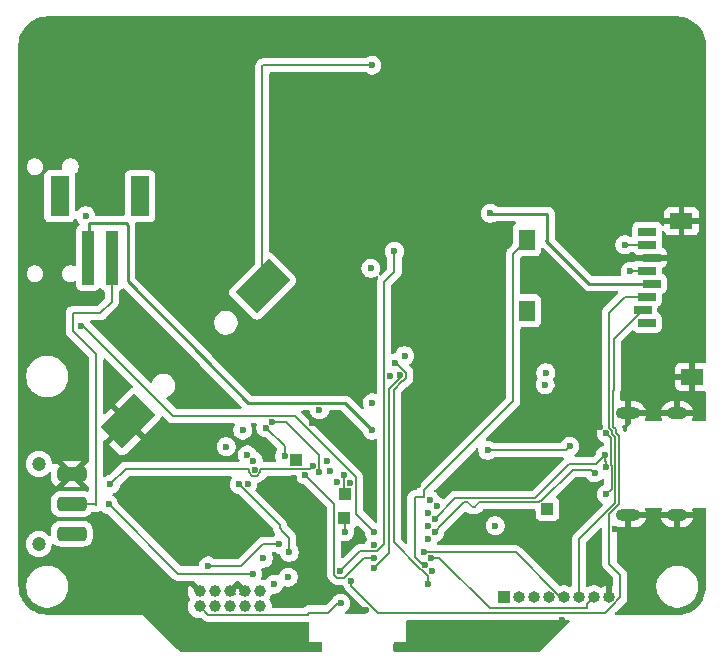
<source format=gbr>
%TF.GenerationSoftware,KiCad,Pcbnew,9.0.0-rc1*%
%TF.CreationDate,2025-02-03T21:42:00-06:00*%
%TF.ProjectId,tempo,74656d70-6f2e-46b6-9963-61645f706362,rev?*%
%TF.SameCoordinates,Original*%
%TF.FileFunction,Copper,L4,Bot*%
%TF.FilePolarity,Positive*%
%FSLAX46Y46*%
G04 Gerber Fmt 4.6, Leading zero omitted, Abs format (unit mm)*
G04 Created by KiCad (PCBNEW 9.0.0-rc1) date 2025-02-03 21:42:00*
%MOMM*%
%LPD*%
G01*
G04 APERTURE LIST*
G04 Aperture macros list*
%AMRoundRect*
0 Rectangle with rounded corners*
0 $1 Rounding radius*
0 $2 $3 $4 $5 $6 $7 $8 $9 X,Y pos of 4 corners*
0 Add a 4 corners polygon primitive as box body*
4,1,4,$2,$3,$4,$5,$6,$7,$8,$9,$2,$3,0*
0 Add four circle primitives for the rounded corners*
1,1,$1+$1,$2,$3*
1,1,$1+$1,$4,$5*
1,1,$1+$1,$6,$7*
1,1,$1+$1,$8,$9*
0 Add four rect primitives between the rounded corners*
20,1,$1+$1,$2,$3,$4,$5,0*
20,1,$1+$1,$4,$5,$6,$7,0*
20,1,$1+$1,$6,$7,$8,$9,0*
20,1,$1+$1,$8,$9,$2,$3,0*%
%AMRotRect*
0 Rectangle, with rotation*
0 The origin of the aperture is its center*
0 $1 length*
0 $2 width*
0 $3 Rotation angle, in degrees counterclockwise*
0 Add horizontal line*
21,1,$1,$2,0,0,$3*%
G04 Aperture macros list end*
%TA.AperFunction,ComponentPad*%
%ADD10C,1.000000*%
%TD*%
%TA.AperFunction,ComponentPad*%
%ADD11R,1.000000X1.000000*%
%TD*%
%TA.AperFunction,ComponentPad*%
%ADD12O,1.000000X1.000000*%
%TD*%
%TA.AperFunction,ComponentPad*%
%ADD13O,2.100000X1.000000*%
%TD*%
%TA.AperFunction,ComponentPad*%
%ADD14O,1.800000X1.000000*%
%TD*%
%TA.AperFunction,WasherPad*%
%ADD15C,1.200000*%
%TD*%
%TA.AperFunction,SMDPad,CuDef*%
%ADD16RoundRect,0.300000X0.950000X-0.300000X0.950000X0.300000X-0.950000X0.300000X-0.950000X-0.300000X0*%
%TD*%
%TA.AperFunction,SMDPad,CuDef*%
%ADD17R,1.500000X0.700000*%
%TD*%
%TA.AperFunction,SMDPad,CuDef*%
%ADD18R,1.400000X1.800000*%
%TD*%
%TA.AperFunction,SMDPad,CuDef*%
%ADD19R,1.900000X1.400000*%
%TD*%
%TA.AperFunction,SMDPad,CuDef*%
%ADD20RotRect,4.000000X2.600000X45.000000*%
%TD*%
%TA.AperFunction,SMDPad,CuDef*%
%ADD21R,1.000000X4.600000*%
%TD*%
%TA.AperFunction,SMDPad,CuDef*%
%ADD22R,1.600000X3.400000*%
%TD*%
%TA.AperFunction,SMDPad,CuDef*%
%ADD23R,1.000000X1.000000*%
%TD*%
%TA.AperFunction,ViaPad*%
%ADD24C,0.600000*%
%TD*%
%TA.AperFunction,Conductor*%
%ADD25C,0.250000*%
%TD*%
%TA.AperFunction,Conductor*%
%ADD26C,0.200000*%
%TD*%
G04 APERTURE END LIST*
D10*
%TO.P,J5,1*%
%TO.N,3.3V*%
X146610000Y-113855000D03*
%TO.P,J5,2*%
%TO.N,/SWDIO*%
X146610000Y-115125000D03*
%TO.P,J5,3*%
%TO.N,GND*%
X145340000Y-113855000D03*
%TO.P,J5,4*%
%TO.N,/SWDCLK*%
X145340000Y-115125000D03*
%TO.P,J5,5*%
%TO.N,GND*%
X144070000Y-113855000D03*
%TO.P,J5,6*%
%TO.N,unconnected-(J5-Pad6)*%
X144070000Y-115125000D03*
%TO.P,J5,7*%
%TO.N,unconnected-(J5-Pad7)*%
X142800000Y-113855000D03*
%TO.P,J5,8*%
%TO.N,unconnected-(J5-Pad8)*%
X142800000Y-115125000D03*
%TO.P,J5,9*%
%TO.N,GND*%
X141530000Y-113855000D03*
%TO.P,J5,10*%
%TO.N,/~{RESET}*%
X141530000Y-115125000D03*
%TD*%
D11*
%TO.P,TP3,1,1*%
%TO.N,/D6*%
X149660000Y-102740000D03*
%TD*%
%TO.P,J3,1,Pin_1*%
%TO.N,/P0.31*%
X167260000Y-114340000D03*
D12*
%TO.P,J3,2,Pin_2*%
%TO.N,3.3V*%
X168530000Y-114340000D03*
%TO.P,J3,3,Pin_3*%
%TO.N,/APP_NORA_TX*%
X169800000Y-114340000D03*
%TO.P,J3,4,Pin_4*%
%TO.N,/APP_NORA_RX*%
X171070000Y-114340000D03*
%TO.P,J3,5,Pin_5*%
%TO.N,/FLASH_MISO*%
X172340000Y-114340000D03*
%TO.P,J3,6,Pin_6*%
%TO.N,/FLASH_MOSI*%
X173610000Y-114340000D03*
%TO.P,J3,7,Pin_7*%
%TO.N,/FLASH_SCK*%
X174880000Y-114340000D03*
%TO.P,J3,8,Pin_8*%
%TO.N,GND*%
X176150000Y-114340000D03*
%TD*%
D13*
%TO.P,J2,S1,SHIELD*%
%TO.N,GND*%
X177765000Y-107395000D03*
D14*
X181945000Y-107395000D03*
D13*
X177765000Y-98755000D03*
D14*
X181945000Y-98755000D03*
%TD*%
D11*
%TO.P,TP4,1,1*%
%TO.N,V_BATT*%
X170960000Y-106900000D03*
%TD*%
D15*
%TO.P,SW1,*%
%TO.N,*%
X127897500Y-109850000D03*
X127897500Y-103050000D03*
D16*
%TO.P,SW1,1,A*%
%TO.N,unconnected-(SW1-A-Pad1)*%
X130697500Y-108950000D03*
%TO.P,SW1,2,B*%
%TO.N,Net-(SW1-B)*%
X130697500Y-106450000D03*
%TO.P,SW1,3,C*%
%TO.N,GND*%
X130697500Y-103950000D03*
%TD*%
D17*
%TO.P,X1,1,DAT2*%
%TO.N,unconnected-(X1-DAT2-Pad1)*%
X179410000Y-91090000D03*
%TO.P,X1,2,CS*%
%TO.N,/FLASH_CS*%
X179010000Y-89990000D03*
%TO.P,X1,3,DATA_IN*%
%TO.N,/FLASH_MOSI*%
X179410000Y-88890000D03*
%TO.P,X1,4,SD_VDD*%
%TO.N,3.3V*%
X179810000Y-87790000D03*
%TO.P,X1,5,SCLK*%
%TO.N,/FLASH_SCK*%
X179410000Y-86690000D03*
%TO.P,X1,6,GND@3*%
%TO.N,GND*%
X179810000Y-85590000D03*
%TO.P,X1,7,DATA_OUT*%
%TO.N,/FLASH_MISO*%
X179410000Y-84490000D03*
%TO.P,X1,8,DAT1*%
%TO.N,unconnected-(X1-DAT1-Pad8)*%
X179410000Y-83390000D03*
D18*
%TO.P,X1,CD1,CARD_DETECT*%
%TO.N,/FLASH_CD*%
X169210000Y-84090000D03*
%TO.P,X1,CD2,CARD_DETECT1*%
%TO.N,unconnected-(X1-CARD_DETECT1-PadCD2)*%
X169210000Y-90090000D03*
D19*
%TO.P,X1,MT1,GND@2*%
%TO.N,GND*%
X182310000Y-82490000D03*
%TO.P,X1,MT2,GND@1*%
X183210000Y-95690000D03*
%TD*%
D20*
%TO.P,B1,+,+*%
%TO.N,/VBACKUP*%
X146856768Y-87993232D03*
%TO.P,B1,-,-*%
%TO.N,GND*%
X135436994Y-99455433D03*
%TD*%
D21*
%TO.P,J1,1,1*%
%TO.N,Net-(SW1-B)*%
X134060000Y-85590000D03*
%TO.P,J1,2,2*%
%TO.N,V_BATT*%
X132060000Y-85590000D03*
D22*
%TO.P,J1,NC1*%
%TO.N,N/C*%
X136460000Y-80390000D03*
%TO.P,J1,NC2*%
X129660000Y-80390000D03*
%TD*%
D23*
%TO.P,TP1,1,1*%
%TO.N,/NET_NORA_TX*%
X153760000Y-107640000D03*
%TD*%
%TO.P,TP2,1,1*%
%TO.N,/NET_NORA_RX*%
X153785000Y-105565000D03*
%TD*%
D24*
%TO.N,GND*%
X131710000Y-113240000D03*
X139860000Y-113890000D03*
X130460000Y-99440000D03*
X129010000Y-71340000D03*
X166860000Y-100340000D03*
X148960000Y-116840000D03*
X142710000Y-97690000D03*
X155610000Y-115390000D03*
X151010000Y-99590000D03*
X152310000Y-102840000D03*
X181310000Y-71740000D03*
X174811600Y-105640000D03*
X175410000Y-99940000D03*
X172160000Y-116290000D03*
X176710000Y-108590000D03*
X170060000Y-103190000D03*
X146760000Y-101540000D03*
X149510000Y-104240000D03*
X136160000Y-111640000D03*
X153710000Y-110490000D03*
X160037637Y-104862363D03*
X178760000Y-113540000D03*
X161760000Y-99880000D03*
X164210000Y-103190000D03*
X140910000Y-108240000D03*
%TO.N,3.3V*%
X145160000Y-100190000D03*
X146910000Y-111040000D03*
X166110000Y-81840000D03*
X161010000Y-106090000D03*
X151660000Y-98490000D03*
X158860000Y-93890000D03*
%TO.N,V_BATT*%
X156114685Y-100194685D03*
%TO.N,/SDA*%
X153181990Y-104602008D03*
X170810000Y-95340000D03*
X157610000Y-95640000D03*
%TO.N,/SCL*%
X156110000Y-97890000D03*
X152560000Y-103690000D03*
X170760000Y-96340000D03*
%TO.N,/D6*%
X150410000Y-103991600D03*
X156310000Y-111040000D03*
%TO.N,VBUS*%
X175935000Y-100465000D03*
X175935000Y-105640000D03*
%TO.N,/D11*%
X160810000Y-113240000D03*
X158060000Y-94490000D03*
%TO.N,/D12*%
X151110000Y-103240000D03*
X133960000Y-104790000D03*
%TO.N,/D13*%
X133810000Y-106490000D03*
X146010000Y-112338400D03*
%TO.N,/SCK*%
X148710000Y-102390000D03*
X147115308Y-99979464D03*
%TO.N,/~{RESET}*%
X153460000Y-114840000D03*
%TO.N,/VBACKUP*%
X156110000Y-69290000D03*
%TO.N,VIN*%
X172860000Y-101540000D03*
X165910000Y-101890000D03*
%TO.N,V_USB*%
X161610000Y-106640000D03*
X166531304Y-108279661D03*
%TO.N,/D5*%
X151631497Y-103720653D03*
X147614694Y-99477864D03*
%TO.N,/D9*%
X158510000Y-95540000D03*
X156310000Y-111840000D03*
%TO.N,/VCOM1_RX*%
X149010000Y-112641600D03*
X156010000Y-86490000D03*
%TO.N,/VCOM1_TX*%
X158010000Y-85040000D03*
X153410000Y-112140000D03*
%TO.N,/FLASH_CD*%
X160610000Y-111638400D03*
%TO.N,/FLASH_CS*%
X154360000Y-112940000D03*
%TO.N,/FLASH_MOSI*%
X161210000Y-112140000D03*
%TO.N,/FLASH_SCK*%
X177960000Y-86740000D03*
X161110000Y-111040000D03*
%TO.N,/FLASH_MISO*%
X177510000Y-84490000D03*
X160535224Y-110538400D03*
%TO.N,/BTN1*%
X156310000Y-108840000D03*
X131510000Y-91340000D03*
%TO.N,/BTN2*%
X131860000Y-82040000D03*
X147810000Y-113240000D03*
%TO.N,/QSPI_IO0*%
X142260000Y-111690000D03*
X148260000Y-109840000D03*
%TO.N,/RGB_R*%
X160860000Y-108290000D03*
X145560000Y-102290000D03*
%TO.N,USB_D+*%
X175860000Y-102290000D03*
X175885000Y-103340000D03*
X161410000Y-107690000D03*
%TO.N,USB_D-*%
X161410000Y-108840000D03*
X174960000Y-103815000D03*
%TO.N,/RGB_G*%
X146060000Y-102790000D03*
X160860000Y-109390000D03*
%TO.N,/RGB_B*%
X156310000Y-109940000D03*
X146160000Y-103540000D03*
%TO.N,/NET_NORA_TX*%
X153810000Y-108791600D03*
%TO.N,/APP_NORA_TX*%
X154210000Y-104640000D03*
%TO.N,/APP_NORA_RX*%
X160810000Y-107190000D03*
%TO.N,/QSPI_CSN*%
X145569369Y-104791600D03*
X143760000Y-101590000D03*
%TO.N,/QSPI_IO1*%
X144860000Y-104791600D03*
X149110000Y-110538400D03*
%TO.N,/NET_NORA_RX*%
X153710000Y-104015000D03*
%TD*%
D25*
%TO.N,3.3V*%
X170960000Y-84040000D02*
X170960000Y-81890000D01*
X166160000Y-81890000D02*
X166110000Y-81840000D01*
X170860000Y-84140000D02*
X170960000Y-84040000D01*
X174510000Y-87790000D02*
X170860000Y-84140000D01*
X170960000Y-81890000D02*
X166160000Y-81890000D01*
X179810000Y-87790000D02*
X174510000Y-87790000D01*
%TO.N,V_BATT*%
X135310000Y-82690000D02*
X132160000Y-82690000D01*
X153810000Y-97890000D02*
X156114685Y-100194685D01*
X145641370Y-97890000D02*
X153810000Y-97890000D01*
X135410000Y-87590000D02*
X135410000Y-82790000D01*
X142041370Y-94290000D02*
X142041370Y-94221370D01*
X132110000Y-85540000D02*
X132060000Y-85590000D01*
X132160000Y-82690000D02*
X132110000Y-82740000D01*
X142041370Y-94290000D02*
X145641370Y-97890000D01*
X132110000Y-82740000D02*
X132110000Y-85540000D01*
X142041370Y-94221370D02*
X135410000Y-87590000D01*
X135410000Y-82790000D02*
X135310000Y-82690000D01*
D26*
%TO.N,/D6*%
X152860000Y-106441600D02*
X150410000Y-103991600D01*
X155410000Y-111040000D02*
X153760000Y-112690000D01*
X153760000Y-112690000D02*
X153160000Y-112690000D01*
X152910000Y-112350784D02*
X152860000Y-112300784D01*
X152860000Y-112300784D02*
X152860000Y-106441600D01*
X152910000Y-112440000D02*
X152910000Y-112350784D01*
X156310000Y-111040000D02*
X155410000Y-111040000D01*
X153160000Y-112690000D02*
X152910000Y-112440000D01*
%TO.N,VBUS*%
X175935000Y-105590000D02*
X175935000Y-105640000D01*
X176362600Y-102081816D02*
X176362600Y-103106816D01*
X176360000Y-102079216D02*
X176362600Y-102081816D01*
X175935000Y-100465000D02*
X176360000Y-100890000D01*
X176387600Y-105137400D02*
X175935000Y-105590000D01*
X176360000Y-100890000D02*
X176360000Y-102079216D01*
X176387600Y-103131816D02*
X176387600Y-105137400D01*
X176362600Y-103106816D02*
X176387600Y-103131816D01*
%TO.N,/D11*%
X160107400Y-111837400D02*
X157960000Y-109690000D01*
X157960000Y-96767942D02*
X158685342Y-96042600D01*
X158060000Y-94490000D02*
X157960000Y-94490000D01*
X159012600Y-95331816D02*
X158170784Y-94490000D01*
X158685342Y-96042600D02*
X158718184Y-96042600D01*
X158718184Y-96042600D02*
X159012600Y-95748184D01*
X159012600Y-95748184D02*
X159012600Y-95331816D01*
X160107400Y-111846584D02*
X160107400Y-111837400D01*
X157960000Y-109690000D02*
X157960000Y-96767942D01*
X160810000Y-113240000D02*
X160810000Y-112540000D01*
X160401816Y-112141000D02*
X160107400Y-111846584D01*
X160411000Y-112141000D02*
X160401816Y-112141000D01*
X158170784Y-94490000D02*
X158060000Y-94490000D01*
X160810000Y-112540000D02*
X160411000Y-112141000D01*
%TO.N,/D12*%
X149169784Y-103492600D02*
X148753416Y-103492600D01*
X145657400Y-103490000D02*
X135260000Y-103490000D01*
X148753416Y-103492600D02*
X148750816Y-103490000D01*
X150860000Y-103490000D02*
X149172384Y-103490000D01*
X149172384Y-103490000D02*
X149169784Y-103492600D01*
X146368184Y-104042600D02*
X145951816Y-104042600D01*
X145951816Y-104042600D02*
X145657400Y-103748184D01*
X145657400Y-103748184D02*
X145657400Y-103490000D01*
X146662600Y-103490000D02*
X146662600Y-103748184D01*
X135260000Y-103490000D02*
X133960000Y-104790000D01*
X146662600Y-103748184D02*
X146368184Y-104042600D01*
X148750816Y-103490000D02*
X146662600Y-103490000D01*
X151110000Y-103240000D02*
X150860000Y-103490000D01*
%TO.N,/D13*%
X146010000Y-112338400D02*
X146008400Y-112340000D01*
X146008400Y-112340000D02*
X139660000Y-112340000D01*
X139660000Y-112340000D02*
X133810000Y-106490000D01*
%TO.N,/SCK*%
X148710000Y-101574156D02*
X147115308Y-99979464D01*
X148710000Y-102390000D02*
X148710000Y-101574156D01*
%TO.N,/~{RESET}*%
X150768164Y-115639000D02*
X150709000Y-115698164D01*
X153210000Y-114840000D02*
X152411000Y-115639000D01*
X153460000Y-114840000D02*
X153210000Y-114840000D01*
X150709000Y-115698164D02*
X150709000Y-115827600D01*
X142232600Y-115827600D02*
X141530000Y-115125000D01*
X152411000Y-115639000D02*
X150768164Y-115639000D01*
X150709000Y-115827600D02*
X142232600Y-115827600D01*
%TO.N,/VBACKUP*%
X146810000Y-87946464D02*
X146856768Y-87993232D01*
X156110000Y-69290000D02*
X146910000Y-69290000D01*
X146910000Y-69290000D02*
X146810000Y-69390000D01*
X146810000Y-69390000D02*
X146810000Y-87946464D01*
%TO.N,Net-(SW1-B)*%
X130697500Y-106450000D02*
X132620000Y-106450000D01*
X130760000Y-90290000D02*
X133110000Y-90290000D01*
X133110000Y-90290000D02*
X134060000Y-89340000D01*
X132710000Y-97940000D02*
X132760000Y-97890000D01*
X134060000Y-89340000D02*
X134060000Y-85590000D01*
X132620000Y-106450000D02*
X132710000Y-106540000D01*
X132760000Y-97890000D02*
X132760000Y-93790000D01*
X132760000Y-93790000D02*
X130760000Y-91790000D01*
X130760000Y-91790000D02*
X130760000Y-90290000D01*
X132710000Y-106540000D02*
X132710000Y-97940000D01*
%TO.N,VIN*%
X165910000Y-101890000D02*
X172510000Y-101890000D01*
X172510000Y-101890000D02*
X172860000Y-101540000D01*
%TO.N,/D5*%
X151631497Y-103720653D02*
X151631497Y-102261497D01*
X147617908Y-99481078D02*
X147614694Y-99477864D01*
X151631497Y-102261497D02*
X148851078Y-99481078D01*
X148851078Y-99481078D02*
X147617908Y-99481078D01*
%TO.N,/D9*%
X157560000Y-96740000D02*
X158510000Y-95790000D01*
X156310000Y-111840000D02*
X157560000Y-110590000D01*
X158510000Y-95790000D02*
X158510000Y-95540000D01*
X157560000Y-110590000D02*
X157560000Y-96740000D01*
%TO.N,/VCOM1_TX*%
X156099216Y-110440000D02*
X156101816Y-110442600D01*
X157107400Y-95848184D02*
X157107400Y-87692600D01*
X156101816Y-110442600D02*
X156518184Y-110442600D01*
X158010000Y-86790000D02*
X158010000Y-85040000D01*
X153410000Y-112140000D02*
X155110000Y-110440000D01*
X157160000Y-109800784D02*
X157160000Y-95900784D01*
X155110000Y-110440000D02*
X156099216Y-110440000D01*
X157107400Y-87692600D02*
X158010000Y-86790000D01*
X156518184Y-110442600D02*
X157160000Y-109800784D01*
X157160000Y-95900784D02*
X157107400Y-95848184D01*
%TO.N,/FLASH_CD*%
X160610000Y-111638400D02*
X160408400Y-111638400D01*
X168060000Y-85240000D02*
X169210000Y-84090000D01*
X160507400Y-105292600D02*
X168060000Y-97740000D01*
X160408400Y-111638400D02*
X159710000Y-110940000D01*
X159710000Y-110940000D02*
X159710000Y-105890000D01*
X160507400Y-105890000D02*
X160507400Y-105292600D01*
X159710000Y-105890000D02*
X160507400Y-105890000D01*
X168060000Y-97740000D02*
X168060000Y-85240000D01*
%TO.N,/FLASH_CS*%
X175811000Y-115639000D02*
X156609000Y-115639000D01*
X176535000Y-96790000D02*
X176535000Y-98441374D01*
X176740200Y-100131475D02*
X176740200Y-100131474D01*
X156609000Y-115639000D02*
X154360000Y-113390000D01*
X176740200Y-100131474D02*
X176740200Y-100414316D01*
X176512400Y-98463974D02*
X176512400Y-99046026D01*
X176512400Y-99046026D02*
X176535000Y-99068626D01*
X177126814Y-112456814D02*
X177126814Y-114356814D01*
X179010000Y-89990000D02*
X176560000Y-92440000D01*
X176535000Y-98441374D02*
X176512400Y-98463974D01*
X176740200Y-100414316D02*
X177012600Y-100686716D01*
X154360000Y-113390000D02*
X154360000Y-112940000D01*
X176441027Y-115042600D02*
X176407400Y-115042600D01*
X176535000Y-99068626D02*
X176535000Y-99926274D01*
X176560000Y-96765000D02*
X176535000Y-96790000D01*
X177126814Y-114356814D02*
X176441027Y-115042600D01*
X176407400Y-115042600D02*
X175811000Y-115639000D01*
X176207400Y-111537400D02*
X177126814Y-112456814D01*
X176210000Y-108379216D02*
X176207400Y-108381816D01*
X177012600Y-100686716D02*
X177012600Y-106465342D01*
X176207400Y-108381816D02*
X176207400Y-111537400D01*
X176535000Y-99926274D02*
X176740200Y-100131475D01*
X176210000Y-107267942D02*
X176210000Y-108379216D01*
X177012600Y-106465342D02*
X176210000Y-107267942D01*
X176560000Y-92440000D02*
X176560000Y-96765000D01*
%TO.N,/FLASH_MOSI*%
X176710000Y-106340000D02*
X173610000Y-109440000D01*
X177510000Y-88890000D02*
X176160000Y-90240000D01*
X176160000Y-99979216D02*
X176437600Y-100256816D01*
X179410000Y-88890000D02*
X177510000Y-88890000D01*
X176437600Y-100539658D02*
X176710000Y-100812058D01*
X173610000Y-109440000D02*
X173610000Y-114340000D01*
X176710000Y-100812058D02*
X176710000Y-106340000D01*
X176160000Y-90240000D02*
X176160000Y-99979216D01*
X176437600Y-100256816D02*
X176437600Y-100539658D01*
%TO.N,/FLASH_SCK*%
X161110000Y-111040000D02*
X161810000Y-111040000D01*
X174310000Y-115290000D02*
X174310000Y-114910000D01*
X174310000Y-114910000D02*
X174880000Y-114340000D01*
X178010000Y-86690000D02*
X177960000Y-86740000D01*
X179410000Y-86690000D02*
X178010000Y-86690000D01*
X166060000Y-115290000D02*
X174310000Y-115290000D01*
X161810000Y-111040000D02*
X166060000Y-115290000D01*
%TO.N,/FLASH_MISO*%
X171772600Y-114048973D02*
X168262027Y-110538400D01*
X179410000Y-84490000D02*
X177510000Y-84490000D01*
X168262027Y-110538400D02*
X160535224Y-110538400D01*
X171772600Y-114052600D02*
X171772600Y-114048973D01*
X172340000Y-114340000D02*
X172060000Y-114340000D01*
X172060000Y-114340000D02*
X171772600Y-114052600D01*
%TO.N,/BTN1*%
X154760000Y-104190000D02*
X149560000Y-98990000D01*
X147822878Y-98975264D02*
X141274736Y-98975264D01*
X139260000Y-98990000D02*
X131610000Y-91340000D01*
X156310000Y-108840000D02*
X154760000Y-107290000D01*
X141274736Y-98975264D02*
X141260000Y-98990000D01*
X154760000Y-107290000D02*
X154760000Y-104190000D01*
X149560000Y-98990000D02*
X147837614Y-98990000D01*
X147837614Y-98990000D02*
X147822878Y-98975264D01*
X131610000Y-91340000D02*
X131510000Y-91340000D01*
X141260000Y-98990000D02*
X139260000Y-98990000D01*
%TO.N,/QSPI_IO0*%
X145010000Y-111740000D02*
X142310000Y-111740000D01*
X142310000Y-111740000D02*
X142260000Y-111690000D01*
X148260000Y-109840000D02*
X146910000Y-109840000D01*
X146910000Y-109840000D02*
X145010000Y-111740000D01*
%TO.N,USB_D+*%
X175885000Y-102815000D02*
X175860000Y-102790000D01*
X175112600Y-103037400D02*
X172812600Y-103037400D01*
X175860000Y-102790000D02*
X175860000Y-102290000D01*
X175885000Y-103340000D02*
X175885000Y-102815000D01*
X163160000Y-105940000D02*
X161410000Y-107690000D01*
X169910000Y-105940000D02*
X163160000Y-105940000D01*
X172812600Y-103037400D02*
X169910000Y-105940000D01*
X175860000Y-102290000D02*
X175112600Y-103037400D01*
%TO.N,USB_D-*%
X163910000Y-106290000D02*
X164198705Y-106290000D01*
X174685000Y-103540000D02*
X174960000Y-103815000D01*
X170452600Y-106197400D02*
X173085000Y-103565000D01*
X173060000Y-103540000D02*
X174685000Y-103540000D01*
X173085000Y-103565000D02*
X173060000Y-103540000D01*
X161410000Y-108790000D02*
X162041861Y-108158139D01*
X170257400Y-106290000D02*
X170257400Y-106197400D01*
X165218039Y-106290000D02*
X165398705Y-106290000D01*
X161410000Y-108840000D02*
X161410000Y-108790000D01*
X164618039Y-106709334D02*
X164798705Y-106709334D01*
X165398705Y-106290000D02*
X170257400Y-106290000D01*
X162048503Y-108151497D02*
X163910000Y-106290000D01*
X162041861Y-108158139D02*
X162048503Y-108151497D01*
X170257400Y-106197400D02*
X170452600Y-106197400D01*
X164798705Y-106709334D02*
G75*
G03*
X165008334Y-106499667I-5J209634D01*
G01*
X164408372Y-106499667D02*
G75*
G03*
X164618039Y-106709328I209628J-33D01*
G01*
X165008372Y-106499667D02*
G75*
G02*
X165218039Y-106290072I209628J-33D01*
G01*
X164198705Y-106290000D02*
G75*
G02*
X164408400Y-106499667I-5J-209700D01*
G01*
%TO.N,/NET_NORA_TX*%
X153810000Y-108791600D02*
X153810000Y-107690000D01*
X153810000Y-107690000D02*
X153760000Y-107640000D01*
%TO.N,/QSPI_IO1*%
X148601816Y-108792600D02*
X148307400Y-108498184D01*
X149110000Y-109290000D02*
X148612600Y-108792600D01*
X148307400Y-108498184D02*
X148307400Y-108239000D01*
X149110000Y-110538400D02*
X149110000Y-109290000D01*
X148612600Y-108792600D02*
X148601816Y-108792600D01*
X148307400Y-108239000D02*
X144860000Y-104791600D01*
%TO.N,/NET_NORA_RX*%
X153707400Y-105487400D02*
X153785000Y-105565000D01*
X153710000Y-104015000D02*
X153710000Y-104429216D01*
X153707400Y-104431816D02*
X153707400Y-105487400D01*
X153710000Y-104429216D02*
X153707400Y-104431816D01*
%TD*%
%TA.AperFunction,Conductor*%
%TO.N,GND*%
G36*
X181953528Y-65172325D02*
G01*
X182235530Y-65189344D01*
X182250355Y-65191140D01*
X182524572Y-65241276D01*
X182539074Y-65244842D01*
X182805290Y-65327599D01*
X182819250Y-65332881D01*
X183033721Y-65429160D01*
X183073561Y-65447045D01*
X183086797Y-65453973D01*
X183325540Y-65597897D01*
X183337844Y-65606366D01*
X183557533Y-65777950D01*
X183568732Y-65787838D01*
X183766202Y-65984609D01*
X183776130Y-65995773D01*
X183948494Y-66214853D01*
X183957008Y-66227130D01*
X184101778Y-66465359D01*
X184108753Y-66478571D01*
X184223817Y-66732470D01*
X184229153Y-66746424D01*
X184312849Y-67012328D01*
X184316468Y-67026824D01*
X184367577Y-67300862D01*
X184369426Y-67315686D01*
X184387431Y-67597372D01*
X184387684Y-67605282D01*
X184387684Y-94371290D01*
X184367999Y-94438329D01*
X184315195Y-94484084D01*
X184250429Y-94494580D01*
X184207828Y-94490000D01*
X183460000Y-94490000D01*
X183460000Y-96890000D01*
X184207828Y-96890000D01*
X184207841Y-96889999D01*
X184250427Y-96885420D01*
X184319186Y-96897824D01*
X184370325Y-96945433D01*
X184387684Y-97008709D01*
X184387684Y-99301000D01*
X184367999Y-99368039D01*
X184315195Y-99413794D01*
X184263684Y-99425000D01*
X183331999Y-99425000D01*
X183264960Y-99405315D01*
X183219205Y-99352511D01*
X183209261Y-99283353D01*
X183228898Y-99232108D01*
X183231184Y-99228686D01*
X183231192Y-99228671D01*
X183306569Y-99046692D01*
X183306569Y-99046690D01*
X183314862Y-99005000D01*
X182511988Y-99005000D01*
X182529205Y-98995060D01*
X182585060Y-98939205D01*
X182624556Y-98870796D01*
X182645000Y-98794496D01*
X182645000Y-98715504D01*
X182624556Y-98639204D01*
X182585060Y-98570795D01*
X182529205Y-98514940D01*
X182511988Y-98505000D01*
X183314862Y-98505000D01*
X183306569Y-98463309D01*
X183306569Y-98463307D01*
X183231192Y-98281328D01*
X183231185Y-98281315D01*
X183121751Y-98117537D01*
X183121748Y-98117533D01*
X182982466Y-97978251D01*
X182982462Y-97978248D01*
X182818684Y-97868814D01*
X182818671Y-97868807D01*
X182636693Y-97793430D01*
X182636681Y-97793427D01*
X182443495Y-97755000D01*
X182195000Y-97755000D01*
X182195000Y-98455000D01*
X181695000Y-98455000D01*
X181695000Y-97755000D01*
X181446504Y-97755000D01*
X181253318Y-97793427D01*
X181253306Y-97793430D01*
X181071328Y-97868807D01*
X181071315Y-97868814D01*
X180907537Y-97978248D01*
X180907533Y-97978251D01*
X180768251Y-98117533D01*
X180768248Y-98117537D01*
X180658814Y-98281315D01*
X180658807Y-98281328D01*
X180583430Y-98463307D01*
X180583430Y-98463309D01*
X180575138Y-98505000D01*
X181378012Y-98505000D01*
X181360795Y-98514940D01*
X181304940Y-98570795D01*
X181265444Y-98639204D01*
X181245000Y-98715504D01*
X181245000Y-98794496D01*
X181265444Y-98870796D01*
X181304940Y-98939205D01*
X181360795Y-98995060D01*
X181378012Y-99005000D01*
X180575138Y-99005000D01*
X180583430Y-99046690D01*
X180583430Y-99046692D01*
X180658807Y-99228671D01*
X180658815Y-99228686D01*
X180661102Y-99232108D01*
X180681981Y-99298785D01*
X180663497Y-99366166D01*
X180611519Y-99412856D01*
X180558001Y-99425000D01*
X179301999Y-99425000D01*
X179234960Y-99405315D01*
X179189205Y-99352511D01*
X179179261Y-99283353D01*
X179198898Y-99232108D01*
X179201184Y-99228686D01*
X179201192Y-99228671D01*
X179276569Y-99046692D01*
X179276569Y-99046690D01*
X179284862Y-99005000D01*
X178481988Y-99005000D01*
X178499205Y-98995060D01*
X178555060Y-98939205D01*
X178594556Y-98870796D01*
X178615000Y-98794496D01*
X178615000Y-98715504D01*
X178594556Y-98639204D01*
X178555060Y-98570795D01*
X178499205Y-98514940D01*
X178481988Y-98505000D01*
X179284862Y-98505000D01*
X179276569Y-98463309D01*
X179276569Y-98463307D01*
X179201192Y-98281328D01*
X179201185Y-98281315D01*
X179091751Y-98117537D01*
X179091748Y-98117533D01*
X178952466Y-97978251D01*
X178952462Y-97978248D01*
X178788684Y-97868814D01*
X178788671Y-97868807D01*
X178606693Y-97793430D01*
X178606681Y-97793427D01*
X178413495Y-97755000D01*
X178015000Y-97755000D01*
X178015000Y-98455000D01*
X177515000Y-98455000D01*
X177515000Y-97755000D01*
X177259500Y-97755000D01*
X177192461Y-97735315D01*
X177146706Y-97682511D01*
X177135500Y-97631000D01*
X177135500Y-96953684D01*
X177139725Y-96921590D01*
X177149906Y-96883596D01*
X177159712Y-96846999D01*
X177160500Y-96844058D01*
X177160500Y-96685943D01*
X177160500Y-96437844D01*
X181760000Y-96437844D01*
X181766401Y-96497372D01*
X181766403Y-96497379D01*
X181816645Y-96632086D01*
X181816649Y-96632093D01*
X181902809Y-96747187D01*
X181902812Y-96747190D01*
X182017906Y-96833350D01*
X182017913Y-96833354D01*
X182152620Y-96883596D01*
X182152627Y-96883598D01*
X182212155Y-96889999D01*
X182212172Y-96890000D01*
X182960000Y-96890000D01*
X182960000Y-95940000D01*
X181760000Y-95940000D01*
X181760000Y-96437844D01*
X177160500Y-96437844D01*
X177160500Y-94942155D01*
X181760000Y-94942155D01*
X181760000Y-95440000D01*
X182960000Y-95440000D01*
X182960000Y-94490000D01*
X182212155Y-94490000D01*
X182152627Y-94496401D01*
X182152620Y-94496403D01*
X182017913Y-94546645D01*
X182017906Y-94546649D01*
X181902812Y-94632809D01*
X181902809Y-94632812D01*
X181816649Y-94747906D01*
X181816645Y-94747913D01*
X181766403Y-94882620D01*
X181766401Y-94882627D01*
X181760000Y-94942155D01*
X177160500Y-94942155D01*
X177160500Y-92740096D01*
X177180185Y-92673057D01*
X177196814Y-92652419D01*
X178093910Y-91755323D01*
X178155231Y-91721840D01*
X178224922Y-91726824D01*
X178280855Y-91768694D01*
X178302455Y-91797547D01*
X178417664Y-91883793D01*
X178417671Y-91883797D01*
X178552517Y-91934091D01*
X178552516Y-91934091D01*
X178559444Y-91934835D01*
X178612127Y-91940500D01*
X180207872Y-91940499D01*
X180267483Y-91934091D01*
X180402331Y-91883796D01*
X180517546Y-91797546D01*
X180603796Y-91682331D01*
X180654091Y-91547483D01*
X180660500Y-91487873D01*
X180660499Y-90692128D01*
X180654091Y-90632517D01*
X180603796Y-90497669D01*
X180603795Y-90497668D01*
X180603793Y-90497664D01*
X180517547Y-90382455D01*
X180517544Y-90382452D01*
X180402335Y-90296206D01*
X180402330Y-90296203D01*
X180341165Y-90273390D01*
X180285232Y-90231518D01*
X180260815Y-90166054D01*
X180260499Y-90157208D01*
X180260499Y-89822791D01*
X180280184Y-89755752D01*
X180332988Y-89709997D01*
X180341167Y-89706609D01*
X180402326Y-89683798D01*
X180402326Y-89683797D01*
X180402331Y-89683796D01*
X180517546Y-89597546D01*
X180603796Y-89482331D01*
X180654091Y-89347483D01*
X180660500Y-89287873D01*
X180660499Y-88722790D01*
X180680183Y-88655752D01*
X180732987Y-88609997D01*
X180741167Y-88606609D01*
X180802326Y-88583798D01*
X180802326Y-88583797D01*
X180802331Y-88583796D01*
X180917546Y-88497546D01*
X181003796Y-88382331D01*
X181054091Y-88247483D01*
X181060500Y-88187873D01*
X181060499Y-87392128D01*
X181054091Y-87332517D01*
X181053491Y-87330909D01*
X181003797Y-87197671D01*
X181003793Y-87197664D01*
X180917547Y-87082455D01*
X180917544Y-87082452D01*
X180802335Y-86996206D01*
X180802330Y-86996203D01*
X180741165Y-86973390D01*
X180685232Y-86931518D01*
X180660815Y-86866054D01*
X180660499Y-86857208D01*
X180660499Y-86522258D01*
X180680184Y-86455219D01*
X180732988Y-86409464D01*
X180741166Y-86406076D01*
X180802086Y-86383354D01*
X180802093Y-86383350D01*
X180917187Y-86297190D01*
X180917190Y-86297187D01*
X181003350Y-86182093D01*
X181003354Y-86182086D01*
X181053596Y-86047379D01*
X181053598Y-86047372D01*
X181059999Y-85987844D01*
X181060000Y-85987827D01*
X181060000Y-85840000D01*
X180219167Y-85840000D01*
X180211188Y-85839572D01*
X180211183Y-85839678D01*
X180207879Y-85839500D01*
X180207873Y-85839500D01*
X180207866Y-85839500D01*
X178615335Y-85839500D01*
X178615329Y-85839500D01*
X178612128Y-85839501D01*
X178552517Y-85845909D01*
X178520144Y-85857983D01*
X178520135Y-85857985D01*
X178417669Y-85896203D01*
X178417665Y-85896206D01*
X178330651Y-85961344D01*
X178265187Y-85985761D01*
X178208893Y-85976640D01*
X178193497Y-85970263D01*
X178193493Y-85970262D01*
X178193488Y-85970260D01*
X178038845Y-85939500D01*
X178038842Y-85939500D01*
X177881158Y-85939500D01*
X177881155Y-85939500D01*
X177726510Y-85970261D01*
X177726498Y-85970264D01*
X177580827Y-86030602D01*
X177580814Y-86030609D01*
X177449711Y-86118210D01*
X177449707Y-86118213D01*
X177338213Y-86229707D01*
X177338210Y-86229711D01*
X177250609Y-86360814D01*
X177250602Y-86360827D01*
X177190264Y-86506498D01*
X177190261Y-86506510D01*
X177159500Y-86661153D01*
X177159500Y-86818846D01*
X177190261Y-86973489D01*
X177190264Y-86973501D01*
X177198361Y-86993048D01*
X177205830Y-87062517D01*
X177174555Y-87124996D01*
X177114466Y-87160648D01*
X177083800Y-87164500D01*
X174820453Y-87164500D01*
X174753414Y-87144815D01*
X174732772Y-87128181D01*
X172015744Y-84411153D01*
X176709500Y-84411153D01*
X176709500Y-84568846D01*
X176740261Y-84723489D01*
X176740264Y-84723501D01*
X176800602Y-84869172D01*
X176800609Y-84869185D01*
X176888210Y-85000288D01*
X176888213Y-85000292D01*
X176999707Y-85111786D01*
X176999711Y-85111789D01*
X177130814Y-85199390D01*
X177130827Y-85199397D01*
X177276498Y-85259735D01*
X177276503Y-85259737D01*
X177397440Y-85283793D01*
X177431153Y-85290499D01*
X177431156Y-85290500D01*
X177431158Y-85290500D01*
X177588844Y-85290500D01*
X177588845Y-85290499D01*
X177743497Y-85259737D01*
X177889179Y-85199394D01*
X177891951Y-85197542D01*
X178020875Y-85111398D01*
X178038921Y-85105747D01*
X178054831Y-85095523D01*
X178085792Y-85091071D01*
X178087553Y-85090520D01*
X178089766Y-85090500D01*
X178160249Y-85090500D01*
X178227288Y-85110185D01*
X178259515Y-85140188D01*
X178282530Y-85170931D01*
X178302454Y-85197546D01*
X178304923Y-85199394D01*
X178417664Y-85283793D01*
X178417673Y-85283798D01*
X178435643Y-85290500D01*
X178552517Y-85334091D01*
X178612127Y-85340500D01*
X180207872Y-85340499D01*
X180207872Y-85340498D01*
X180211196Y-85340321D01*
X180211201Y-85340426D01*
X180219163Y-85340000D01*
X181060000Y-85340000D01*
X181060000Y-85192172D01*
X181059999Y-85192155D01*
X181053598Y-85132627D01*
X181053596Y-85132620D01*
X181003354Y-84997913D01*
X181003350Y-84997906D01*
X180917190Y-84882812D01*
X180917187Y-84882809D01*
X180802093Y-84796649D01*
X180802087Y-84796646D01*
X180741165Y-84773923D01*
X180685231Y-84732051D01*
X180660815Y-84666586D01*
X180660499Y-84657760D01*
X180660499Y-84092128D01*
X180654091Y-84032517D01*
X180635747Y-83983334D01*
X180630762Y-83913643D01*
X180635747Y-83896665D01*
X180654089Y-83847488D01*
X180654091Y-83847483D01*
X180660500Y-83787873D01*
X180660499Y-83432615D01*
X180680183Y-83365578D01*
X180732987Y-83319823D01*
X180802146Y-83309879D01*
X180865701Y-83338904D01*
X180900681Y-83389283D01*
X180916646Y-83432088D01*
X180916649Y-83432093D01*
X181002809Y-83547187D01*
X181002812Y-83547190D01*
X181117906Y-83633350D01*
X181117913Y-83633354D01*
X181252620Y-83683596D01*
X181252627Y-83683598D01*
X181312155Y-83689999D01*
X181312172Y-83690000D01*
X182060000Y-83690000D01*
X182560000Y-83690000D01*
X183307828Y-83690000D01*
X183307844Y-83689999D01*
X183367372Y-83683598D01*
X183367379Y-83683596D01*
X183502086Y-83633354D01*
X183502093Y-83633350D01*
X183617187Y-83547190D01*
X183617190Y-83547187D01*
X183703350Y-83432093D01*
X183703354Y-83432086D01*
X183753596Y-83297379D01*
X183753598Y-83297372D01*
X183759999Y-83237844D01*
X183760000Y-83237827D01*
X183760000Y-82740000D01*
X182560000Y-82740000D01*
X182560000Y-83690000D01*
X182060000Y-83690000D01*
X182060000Y-82740000D01*
X180860000Y-82740000D01*
X180860000Y-82797292D01*
X180840315Y-82864331D01*
X180787511Y-82910086D01*
X180718353Y-82920030D01*
X180654797Y-82891005D01*
X180619818Y-82840625D01*
X180603797Y-82797671D01*
X180603793Y-82797664D01*
X180517547Y-82682455D01*
X180517544Y-82682452D01*
X180402335Y-82596206D01*
X180402328Y-82596202D01*
X180267482Y-82545908D01*
X180267483Y-82545908D01*
X180207883Y-82539501D01*
X180207881Y-82539500D01*
X180207873Y-82539500D01*
X180207864Y-82539500D01*
X178612129Y-82539500D01*
X178612123Y-82539501D01*
X178552516Y-82545908D01*
X178417671Y-82596202D01*
X178417664Y-82596206D01*
X178302455Y-82682452D01*
X178302452Y-82682455D01*
X178216206Y-82797664D01*
X178216202Y-82797671D01*
X178165908Y-82932517D01*
X178159501Y-82992116D01*
X178159500Y-82992135D01*
X178159500Y-83729241D01*
X178139815Y-83796280D01*
X178087011Y-83842035D01*
X178017853Y-83851979D01*
X177966609Y-83832343D01*
X177889184Y-83780609D01*
X177889172Y-83780602D01*
X177743501Y-83720264D01*
X177743489Y-83720261D01*
X177588845Y-83689500D01*
X177588842Y-83689500D01*
X177431158Y-83689500D01*
X177431155Y-83689500D01*
X177276510Y-83720261D01*
X177276498Y-83720264D01*
X177130827Y-83780602D01*
X177130814Y-83780609D01*
X176999711Y-83868210D01*
X176999707Y-83868213D01*
X176888213Y-83979707D01*
X176888210Y-83979711D01*
X176800609Y-84110814D01*
X176800602Y-84110827D01*
X176740264Y-84256498D01*
X176740261Y-84256510D01*
X176709500Y-84411153D01*
X172015744Y-84411153D01*
X171621819Y-84017228D01*
X171588334Y-83955905D01*
X171585500Y-83929547D01*
X171585500Y-81828393D01*
X171585499Y-81828390D01*
X171572502Y-81763047D01*
X171568346Y-81742155D01*
X180860000Y-81742155D01*
X180860000Y-82240000D01*
X182060000Y-82240000D01*
X182560000Y-82240000D01*
X183760000Y-82240000D01*
X183760000Y-81742172D01*
X183759999Y-81742155D01*
X183753598Y-81682627D01*
X183753596Y-81682620D01*
X183703354Y-81547913D01*
X183703350Y-81547906D01*
X183617190Y-81432812D01*
X183617187Y-81432809D01*
X183502093Y-81346649D01*
X183502086Y-81346645D01*
X183367379Y-81296403D01*
X183367372Y-81296401D01*
X183307844Y-81290000D01*
X182560000Y-81290000D01*
X182560000Y-82240000D01*
X182060000Y-82240000D01*
X182060000Y-81290000D01*
X181312155Y-81290000D01*
X181252627Y-81296401D01*
X181252620Y-81296403D01*
X181117913Y-81346645D01*
X181117906Y-81346649D01*
X181002812Y-81432809D01*
X181002809Y-81432812D01*
X180916649Y-81547906D01*
X180916645Y-81547913D01*
X180866403Y-81682620D01*
X180866401Y-81682627D01*
X180860000Y-81742155D01*
X171568346Y-81742155D01*
X171561463Y-81707548D01*
X171519606Y-81606498D01*
X171514312Y-81593716D01*
X171514307Y-81593707D01*
X171445858Y-81491267D01*
X171445855Y-81491263D01*
X171358736Y-81404144D01*
X171358732Y-81404141D01*
X171256292Y-81335692D01*
X171256283Y-81335687D01*
X171142454Y-81288538D01*
X171142455Y-81288538D01*
X171142452Y-81288537D01*
X171142448Y-81288536D01*
X171142444Y-81288535D01*
X171021610Y-81264500D01*
X171021606Y-81264500D01*
X166717941Y-81264500D01*
X166650902Y-81244815D01*
X166630260Y-81228181D01*
X166620292Y-81218213D01*
X166620288Y-81218210D01*
X166489185Y-81130609D01*
X166489172Y-81130602D01*
X166343501Y-81070264D01*
X166343489Y-81070261D01*
X166188845Y-81039500D01*
X166188842Y-81039500D01*
X166031158Y-81039500D01*
X166031155Y-81039500D01*
X165876510Y-81070261D01*
X165876498Y-81070264D01*
X165730827Y-81130602D01*
X165730814Y-81130609D01*
X165599711Y-81218210D01*
X165599707Y-81218213D01*
X165488213Y-81329707D01*
X165488210Y-81329711D01*
X165400609Y-81460814D01*
X165400602Y-81460827D01*
X165340264Y-81606498D01*
X165340261Y-81606510D01*
X165309500Y-81761153D01*
X165309500Y-81918846D01*
X165340261Y-82073489D01*
X165340264Y-82073501D01*
X165400602Y-82219172D01*
X165400609Y-82219185D01*
X165488210Y-82350288D01*
X165488213Y-82350292D01*
X165599707Y-82461786D01*
X165599711Y-82461789D01*
X165730814Y-82549390D01*
X165730827Y-82549397D01*
X165871218Y-82607548D01*
X165876503Y-82609737D01*
X166031153Y-82640499D01*
X166031156Y-82640500D01*
X166031158Y-82640500D01*
X166188844Y-82640500D01*
X166188845Y-82640499D01*
X166343497Y-82609737D01*
X166489179Y-82549394D01*
X166503985Y-82539501D01*
X166508628Y-82536399D01*
X166575305Y-82515520D01*
X166577520Y-82515500D01*
X168204344Y-82515500D01*
X168271383Y-82535185D01*
X168317138Y-82587989D01*
X168327082Y-82657147D01*
X168298057Y-82720703D01*
X168274106Y-82740003D01*
X168274769Y-82740888D01*
X168152455Y-82832452D01*
X168152452Y-82832455D01*
X168066206Y-82947664D01*
X168066202Y-82947671D01*
X168015908Y-83082517D01*
X168009501Y-83142116D01*
X168009500Y-83142135D01*
X168009500Y-84389901D01*
X167989815Y-84456940D01*
X167973181Y-84477582D01*
X167691286Y-84759478D01*
X167579481Y-84871282D01*
X167579479Y-84871284D01*
X167572824Y-84882812D01*
X167540652Y-84938537D01*
X167500423Y-85008215D01*
X167459499Y-85160943D01*
X167459499Y-85160945D01*
X167459499Y-85329046D01*
X167459500Y-85329059D01*
X167459500Y-97439902D01*
X167439815Y-97506941D01*
X167423181Y-97527583D01*
X160026881Y-104923882D01*
X160026879Y-104923884D01*
X160003562Y-104964272D01*
X159993706Y-104981344D01*
X159983480Y-104999056D01*
X159947823Y-105060813D01*
X159934028Y-105112297D01*
X159918787Y-105169179D01*
X159911173Y-105197594D01*
X159874807Y-105257254D01*
X159811960Y-105287783D01*
X159791398Y-105289500D01*
X159630943Y-105289500D01*
X159478216Y-105330423D01*
X159478209Y-105330426D01*
X159341290Y-105409475D01*
X159341282Y-105409481D01*
X159229481Y-105521282D01*
X159229475Y-105521290D01*
X159150426Y-105658209D01*
X159150423Y-105658216D01*
X159109500Y-105810943D01*
X159109500Y-109690903D01*
X159089815Y-109757942D01*
X159037011Y-109803697D01*
X158967853Y-109813641D01*
X158904297Y-109784616D01*
X158897819Y-109778584D01*
X158596819Y-109477584D01*
X158563334Y-109416261D01*
X158560500Y-109389903D01*
X158560500Y-97068038D01*
X158580185Y-97000999D01*
X158596815Y-96980361D01*
X158997651Y-96579524D01*
X159023344Y-96559813D01*
X159026113Y-96558215D01*
X159086900Y-96523120D01*
X159198704Y-96411316D01*
X159198704Y-96411314D01*
X159208907Y-96401112D01*
X159208911Y-96401106D01*
X159371106Y-96238912D01*
X159371111Y-96238908D01*
X159381314Y-96228704D01*
X159381316Y-96228704D01*
X159493120Y-96116900D01*
X159562384Y-95996930D01*
X159562386Y-95996928D01*
X159572176Y-95979970D01*
X159572177Y-95979969D01*
X159613100Y-95827241D01*
X159613100Y-95669127D01*
X159613100Y-95420876D01*
X159613101Y-95420863D01*
X159613101Y-95252760D01*
X159613101Y-95252759D01*
X159572177Y-95100032D01*
X159572173Y-95100025D01*
X159493124Y-94963106D01*
X159493118Y-94963098D01*
X159280219Y-94750199D01*
X159246734Y-94688876D01*
X159251718Y-94619184D01*
X159293590Y-94563251D01*
X159298980Y-94559435D01*
X159370289Y-94511789D01*
X159481789Y-94400289D01*
X159569394Y-94269179D01*
X159629737Y-94123497D01*
X159660500Y-93968842D01*
X159660500Y-93811158D01*
X159660500Y-93811155D01*
X159660499Y-93811153D01*
X159629737Y-93656503D01*
X159611698Y-93612952D01*
X159569397Y-93510827D01*
X159569390Y-93510814D01*
X159481789Y-93379711D01*
X159481786Y-93379707D01*
X159370292Y-93268213D01*
X159370288Y-93268210D01*
X159239185Y-93180609D01*
X159239172Y-93180602D01*
X159093501Y-93120264D01*
X159093489Y-93120261D01*
X158938845Y-93089500D01*
X158938842Y-93089500D01*
X158781158Y-93089500D01*
X158781155Y-93089500D01*
X158626510Y-93120261D01*
X158626498Y-93120264D01*
X158480827Y-93180602D01*
X158480814Y-93180609D01*
X158349711Y-93268210D01*
X158349707Y-93268213D01*
X158238213Y-93379707D01*
X158238210Y-93379711D01*
X158150609Y-93510814D01*
X158150602Y-93510827D01*
X158108302Y-93612952D01*
X158064462Y-93667356D01*
X158014336Y-93687778D01*
X158004112Y-93689500D01*
X157981158Y-93689500D01*
X157854326Y-93714728D01*
X157852495Y-93715037D01*
X157819545Y-93711105D01*
X157786499Y-93708149D01*
X157785000Y-93706984D01*
X157783118Y-93706760D01*
X157757535Y-93685648D01*
X157731322Y-93665285D01*
X157730690Y-93663496D01*
X157729228Y-93662289D01*
X157719114Y-93630680D01*
X157708078Y-93599395D01*
X157707984Y-93595893D01*
X157707936Y-93595743D01*
X157707976Y-93595593D01*
X157707900Y-93592759D01*
X157707900Y-87992696D01*
X157727585Y-87925657D01*
X157744215Y-87905019D01*
X158368506Y-87280727D01*
X158368511Y-87280724D01*
X158378714Y-87270520D01*
X158378716Y-87270520D01*
X158490520Y-87158716D01*
X158543781Y-87066465D01*
X158569577Y-87021785D01*
X158610500Y-86869057D01*
X158610500Y-86710943D01*
X158610500Y-85619765D01*
X158630185Y-85552726D01*
X158631398Y-85550874D01*
X158719390Y-85419185D01*
X158719390Y-85419184D01*
X158719394Y-85419179D01*
X158779737Y-85273497D01*
X158810500Y-85118842D01*
X158810500Y-84961158D01*
X158810500Y-84961155D01*
X158810499Y-84961153D01*
X158806000Y-84938536D01*
X158779737Y-84806503D01*
X158775654Y-84796646D01*
X158719397Y-84660827D01*
X158719390Y-84660814D01*
X158631789Y-84529711D01*
X158631786Y-84529707D01*
X158520292Y-84418213D01*
X158520288Y-84418210D01*
X158389185Y-84330609D01*
X158389172Y-84330602D01*
X158243501Y-84270264D01*
X158243489Y-84270261D01*
X158088845Y-84239500D01*
X158088842Y-84239500D01*
X157931158Y-84239500D01*
X157931155Y-84239500D01*
X157776510Y-84270261D01*
X157776498Y-84270264D01*
X157630827Y-84330602D01*
X157630814Y-84330609D01*
X157499711Y-84418210D01*
X157499707Y-84418213D01*
X157388213Y-84529707D01*
X157388210Y-84529711D01*
X157300609Y-84660814D01*
X157300602Y-84660827D01*
X157240264Y-84806498D01*
X157240261Y-84806510D01*
X157209500Y-84961153D01*
X157209500Y-85118846D01*
X157240261Y-85273489D01*
X157240264Y-85273501D01*
X157300602Y-85419172D01*
X157300609Y-85419185D01*
X157388602Y-85550874D01*
X157409480Y-85617551D01*
X157409500Y-85619765D01*
X157409500Y-86489902D01*
X157389815Y-86556941D01*
X157373181Y-86577583D01*
X156880303Y-87070460D01*
X156818980Y-87103945D01*
X156749288Y-87098961D01*
X156693355Y-87057089D01*
X156668938Y-86991625D01*
X156683790Y-86923352D01*
X156689521Y-86913887D01*
X156719394Y-86869179D01*
X156779737Y-86723497D01*
X156810500Y-86568842D01*
X156810500Y-86411158D01*
X156810500Y-86411155D01*
X156810499Y-86411153D01*
X156787830Y-86297190D01*
X156779737Y-86256503D01*
X156769802Y-86232517D01*
X156719397Y-86110827D01*
X156719390Y-86110814D01*
X156631789Y-85979711D01*
X156631786Y-85979707D01*
X156520292Y-85868213D01*
X156520288Y-85868210D01*
X156389185Y-85780609D01*
X156389172Y-85780602D01*
X156243501Y-85720264D01*
X156243489Y-85720261D01*
X156088845Y-85689500D01*
X156088842Y-85689500D01*
X155931158Y-85689500D01*
X155931155Y-85689500D01*
X155776510Y-85720261D01*
X155776498Y-85720264D01*
X155630827Y-85780602D01*
X155630814Y-85780609D01*
X155499711Y-85868210D01*
X155499707Y-85868213D01*
X155388213Y-85979707D01*
X155388210Y-85979711D01*
X155300609Y-86110814D01*
X155300602Y-86110827D01*
X155240264Y-86256498D01*
X155240261Y-86256510D01*
X155209500Y-86411153D01*
X155209500Y-86568846D01*
X155240261Y-86723489D01*
X155240264Y-86723501D01*
X155300602Y-86869172D01*
X155300609Y-86869185D01*
X155388210Y-87000288D01*
X155388213Y-87000292D01*
X155499707Y-87111786D01*
X155499711Y-87111789D01*
X155630814Y-87199390D01*
X155630827Y-87199397D01*
X155750091Y-87248797D01*
X155776503Y-87259737D01*
X155903181Y-87284935D01*
X155931153Y-87290499D01*
X155931156Y-87290500D01*
X155931158Y-87290500D01*
X156088844Y-87290500D01*
X156088845Y-87290499D01*
X156243497Y-87259737D01*
X156389179Y-87199394D01*
X156451004Y-87158083D01*
X156457866Y-87155934D01*
X156463071Y-87150972D01*
X156490764Y-87145633D01*
X156517680Y-87137205D01*
X156524614Y-87139107D01*
X156531677Y-87137746D01*
X156557865Y-87148228D01*
X156585060Y-87155689D01*
X156589864Y-87161037D01*
X156596543Y-87163711D01*
X156612907Y-87186689D01*
X156631751Y-87207667D01*
X156632901Y-87214764D01*
X156637074Y-87220624D01*
X156638417Y-87248797D01*
X156642929Y-87276637D01*
X156640139Y-87284935D01*
X156640401Y-87290414D01*
X156627285Y-87323181D01*
X156614869Y-87344686D01*
X156604996Y-87361789D01*
X156547823Y-87460815D01*
X156506899Y-87613543D01*
X156506899Y-87613545D01*
X156506899Y-87781646D01*
X156506900Y-87781659D01*
X156506900Y-95761514D01*
X156506899Y-95761532D01*
X156506899Y-95927238D01*
X156506898Y-95927238D01*
X156547823Y-96079971D01*
X156550061Y-96085372D01*
X156559500Y-96132825D01*
X156559500Y-97024155D01*
X156539815Y-97091194D01*
X156487011Y-97136949D01*
X156417853Y-97146893D01*
X156388048Y-97138716D01*
X156343501Y-97120264D01*
X156343489Y-97120261D01*
X156188845Y-97089500D01*
X156188842Y-97089500D01*
X156031158Y-97089500D01*
X156031155Y-97089500D01*
X155876510Y-97120261D01*
X155876498Y-97120264D01*
X155730827Y-97180602D01*
X155730814Y-97180609D01*
X155599711Y-97268210D01*
X155599707Y-97268213D01*
X155488213Y-97379707D01*
X155488210Y-97379711D01*
X155400609Y-97510814D01*
X155400602Y-97510827D01*
X155340264Y-97656498D01*
X155340261Y-97656510D01*
X155309500Y-97811153D01*
X155309500Y-97968846D01*
X155340261Y-98123489D01*
X155340264Y-98123501D01*
X155393153Y-98251188D01*
X155400622Y-98320657D01*
X155369346Y-98383136D01*
X155309257Y-98418788D01*
X155239432Y-98416294D01*
X155190911Y-98386321D01*
X154303353Y-97498763D01*
X154295860Y-97491270D01*
X154295858Y-97491267D01*
X154208733Y-97404142D01*
X154150901Y-97365500D01*
X154144467Y-97361200D01*
X154144465Y-97361199D01*
X154106290Y-97335690D01*
X154106286Y-97335688D01*
X154023762Y-97301506D01*
X153992452Y-97288537D01*
X153901867Y-97270519D01*
X153898224Y-97269794D01*
X153898215Y-97269792D01*
X153871607Y-97264500D01*
X153871606Y-97264500D01*
X145951822Y-97264500D01*
X145884783Y-97244815D01*
X145864141Y-97228181D01*
X142637614Y-94001654D01*
X142610734Y-93961425D01*
X142595681Y-93925084D01*
X142595677Y-93925077D01*
X142527229Y-93822638D01*
X142515744Y-93811153D01*
X142440103Y-93735512D01*
X142440102Y-93735511D01*
X139914707Y-91210116D01*
X142737926Y-91210116D01*
X142776374Y-91403402D01*
X142776377Y-91403412D01*
X142851791Y-91585480D01*
X142851798Y-91585493D01*
X142961287Y-91749354D01*
X142961290Y-91749358D01*
X143100641Y-91888709D01*
X143100645Y-91888712D01*
X143264506Y-91998201D01*
X143264519Y-91998208D01*
X143321445Y-92021787D01*
X143446592Y-92073624D01*
X143446596Y-92073624D01*
X143446597Y-92073625D01*
X143639883Y-92112073D01*
X143639886Y-92112073D01*
X143836970Y-92112073D01*
X143967009Y-92086205D01*
X144030262Y-92073624D01*
X144212341Y-91998205D01*
X144376209Y-91888712D01*
X144515566Y-91749355D01*
X144625059Y-91585487D01*
X144700478Y-91403408D01*
X144734508Y-91232331D01*
X144738927Y-91210116D01*
X144738927Y-91013029D01*
X144700479Y-90819743D01*
X144700478Y-90819742D01*
X144700478Y-90819738D01*
X144680093Y-90770524D01*
X144625062Y-90637665D01*
X144625055Y-90637652D01*
X144515566Y-90473791D01*
X144515563Y-90473787D01*
X144376212Y-90334436D01*
X144376208Y-90334433D01*
X144212347Y-90224944D01*
X144212334Y-90224937D01*
X144030266Y-90149523D01*
X144030256Y-90149520D01*
X143836970Y-90111073D01*
X143836968Y-90111073D01*
X143639886Y-90111073D01*
X143639884Y-90111073D01*
X143446597Y-90149520D01*
X143446587Y-90149523D01*
X143264519Y-90224937D01*
X143264506Y-90224944D01*
X143100645Y-90334433D01*
X143100641Y-90334436D01*
X142961290Y-90473787D01*
X142961287Y-90473791D01*
X142851798Y-90637652D01*
X142851791Y-90637665D01*
X142776377Y-90819733D01*
X142776374Y-90819743D01*
X142737927Y-91013029D01*
X142737927Y-91013032D01*
X142737927Y-91210114D01*
X142737927Y-91210116D01*
X142737926Y-91210116D01*
X139914707Y-91210116D01*
X137192798Y-88488207D01*
X144017669Y-88488207D01*
X144038150Y-88630663D01*
X144097937Y-88761578D01*
X144097939Y-88761580D01*
X144135557Y-88808262D01*
X144135560Y-88808265D01*
X144135565Y-88808271D01*
X145734237Y-90406940D01*
X146041738Y-90714441D01*
X146041742Y-90714444D01*
X146041744Y-90714446D01*
X146088419Y-90752061D01*
X146153878Y-90781955D01*
X146219336Y-90811849D01*
X146219335Y-90811849D01*
X146239817Y-90814793D01*
X146361793Y-90832331D01*
X146504251Y-90811849D01*
X146635166Y-90752061D01*
X146681849Y-90714443D01*
X149577977Y-87818313D01*
X149615597Y-87771630D01*
X149675385Y-87640715D01*
X149695867Y-87498257D01*
X149675385Y-87355800D01*
X149664752Y-87332517D01*
X149615598Y-87224885D01*
X149601723Y-87207667D01*
X149577979Y-87178202D01*
X149577974Y-87178197D01*
X149577970Y-87178192D01*
X147671801Y-85272026D01*
X147671791Y-85272017D01*
X147625116Y-85234402D01*
X147486133Y-85170931D01*
X147487322Y-85168326D01*
X147440774Y-85138401D01*
X147411759Y-85074840D01*
X147410500Y-85057213D01*
X147410500Y-70014500D01*
X147430185Y-69947461D01*
X147482989Y-69901706D01*
X147534500Y-69890500D01*
X155530234Y-69890500D01*
X155597273Y-69910185D01*
X155599125Y-69911398D01*
X155730814Y-69999390D01*
X155730827Y-69999397D01*
X155876498Y-70059735D01*
X155876503Y-70059737D01*
X156031153Y-70090499D01*
X156031156Y-70090500D01*
X156031158Y-70090500D01*
X156188844Y-70090500D01*
X156188845Y-70090499D01*
X156343497Y-70059737D01*
X156489179Y-69999394D01*
X156620289Y-69911789D01*
X156731789Y-69800289D01*
X156819394Y-69669179D01*
X156879737Y-69523497D01*
X156910500Y-69368842D01*
X156910500Y-69211158D01*
X156910500Y-69211155D01*
X156910499Y-69211153D01*
X156879738Y-69056510D01*
X156879737Y-69056503D01*
X156879735Y-69056498D01*
X156819397Y-68910827D01*
X156819390Y-68910814D01*
X156731789Y-68779711D01*
X156731786Y-68779707D01*
X156620292Y-68668213D01*
X156620288Y-68668210D01*
X156489185Y-68580609D01*
X156489172Y-68580602D01*
X156343501Y-68520264D01*
X156343489Y-68520261D01*
X156188845Y-68489500D01*
X156188842Y-68489500D01*
X156031158Y-68489500D01*
X156031155Y-68489500D01*
X155876510Y-68520261D01*
X155876498Y-68520264D01*
X155730827Y-68580602D01*
X155730814Y-68580609D01*
X155599125Y-68668602D01*
X155532447Y-68689480D01*
X155530234Y-68689500D01*
X146830940Y-68689500D01*
X146790019Y-68700464D01*
X146790019Y-68700465D01*
X146752751Y-68710451D01*
X146678214Y-68730423D01*
X146678209Y-68730426D01*
X146541290Y-68809475D01*
X146541282Y-68809481D01*
X146329481Y-69021282D01*
X146329479Y-69021285D01*
X146283887Y-69100255D01*
X146283885Y-69100257D01*
X146250425Y-69158209D01*
X146250423Y-69158212D01*
X146225868Y-69249851D01*
X146209499Y-69310943D01*
X146209499Y-69310945D01*
X146209499Y-69479046D01*
X146209500Y-69479059D01*
X146209500Y-86042846D01*
X146189815Y-86109885D01*
X146173181Y-86130527D01*
X144135566Y-88168143D01*
X144135560Y-88168150D01*
X144097938Y-88214835D01*
X144097937Y-88214837D01*
X144038150Y-88345749D01*
X144017669Y-88488207D01*
X137192798Y-88488207D01*
X136071819Y-87367228D01*
X136038334Y-87305905D01*
X136035500Y-87279547D01*
X136035500Y-82728392D01*
X136035328Y-82726645D01*
X136035500Y-82725738D01*
X136035500Y-82722302D01*
X136036152Y-82722302D01*
X136048352Y-82658000D01*
X136096420Y-82607293D01*
X136158732Y-82590499D01*
X137307871Y-82590499D01*
X137307872Y-82590499D01*
X137367483Y-82584091D01*
X137502331Y-82533796D01*
X137617546Y-82447546D01*
X137703796Y-82332331D01*
X137754091Y-82197483D01*
X137760500Y-82137873D01*
X137760499Y-78642128D01*
X137754091Y-78582517D01*
X137754089Y-78582512D01*
X137703797Y-78447671D01*
X137703793Y-78447664D01*
X137617547Y-78332455D01*
X137617544Y-78332452D01*
X137502335Y-78246206D01*
X137502328Y-78246202D01*
X137367482Y-78195908D01*
X137367483Y-78195908D01*
X137307883Y-78189501D01*
X137307881Y-78189500D01*
X137307873Y-78189500D01*
X137307864Y-78189500D01*
X135612129Y-78189500D01*
X135612123Y-78189501D01*
X135552516Y-78195908D01*
X135417671Y-78246202D01*
X135417664Y-78246206D01*
X135302455Y-78332452D01*
X135302452Y-78332455D01*
X135216206Y-78447664D01*
X135216202Y-78447671D01*
X135165908Y-78582517D01*
X135159501Y-78642116D01*
X135159501Y-78642123D01*
X135159500Y-78642135D01*
X135159501Y-81940500D01*
X135139816Y-82007539D01*
X135087012Y-82053294D01*
X135035501Y-82064500D01*
X132782820Y-82064500D01*
X132715781Y-82044815D01*
X132670026Y-81992011D01*
X132661203Y-81964691D01*
X132634091Y-81828393D01*
X132629737Y-81806503D01*
X132610953Y-81761153D01*
X132569397Y-81660827D01*
X132569390Y-81660814D01*
X132481789Y-81529711D01*
X132481786Y-81529707D01*
X132370292Y-81418213D01*
X132370288Y-81418210D01*
X132239185Y-81330609D01*
X132239172Y-81330602D01*
X132093501Y-81270264D01*
X132093489Y-81270261D01*
X131938845Y-81239500D01*
X131938842Y-81239500D01*
X131781158Y-81239500D01*
X131781155Y-81239500D01*
X131626510Y-81270261D01*
X131626498Y-81270264D01*
X131480827Y-81330602D01*
X131480814Y-81330609D01*
X131349711Y-81418210D01*
X131349707Y-81418213D01*
X131238213Y-81529707D01*
X131187601Y-81605453D01*
X131133988Y-81650257D01*
X131064663Y-81658964D01*
X131001636Y-81628809D01*
X130964917Y-81569365D01*
X130960499Y-81536567D01*
X130960499Y-78642128D01*
X130954091Y-78582517D01*
X130954090Y-78582515D01*
X130954090Y-78582512D01*
X130952308Y-78574969D01*
X130953883Y-78574596D01*
X130949545Y-78514024D01*
X130983023Y-78452697D01*
X131001822Y-78437267D01*
X131006542Y-78434114D01*
X131104114Y-78336542D01*
X131180775Y-78221811D01*
X131233580Y-78094328D01*
X131244126Y-78041309D01*
X131260500Y-77958995D01*
X131260500Y-77821004D01*
X131233581Y-77685677D01*
X131233580Y-77685676D01*
X131233580Y-77685672D01*
X131233578Y-77685667D01*
X131180778Y-77558195D01*
X131180771Y-77558182D01*
X131104114Y-77443458D01*
X131104111Y-77443454D01*
X131006545Y-77345888D01*
X131006541Y-77345885D01*
X130891817Y-77269228D01*
X130891804Y-77269221D01*
X130764332Y-77216421D01*
X130764322Y-77216418D01*
X130628995Y-77189500D01*
X130628993Y-77189500D01*
X130491007Y-77189500D01*
X130491005Y-77189500D01*
X130355677Y-77216418D01*
X130355667Y-77216421D01*
X130228195Y-77269221D01*
X130228182Y-77269228D01*
X130113458Y-77345885D01*
X130113454Y-77345888D01*
X130015888Y-77443454D01*
X130015885Y-77443458D01*
X129939228Y-77558182D01*
X129939221Y-77558195D01*
X129886421Y-77685667D01*
X129886418Y-77685677D01*
X129859500Y-77821004D01*
X129859500Y-77958997D01*
X129875873Y-78041309D01*
X129869646Y-78110900D01*
X129826783Y-78166078D01*
X129760893Y-78189322D01*
X129754256Y-78189500D01*
X128812129Y-78189500D01*
X128812123Y-78189501D01*
X128752516Y-78195908D01*
X128617671Y-78246202D01*
X128617664Y-78246206D01*
X128502455Y-78332452D01*
X128502452Y-78332455D01*
X128416206Y-78447664D01*
X128416202Y-78447671D01*
X128365908Y-78582517D01*
X128359501Y-78642116D01*
X128359501Y-78642123D01*
X128359500Y-78642135D01*
X128359500Y-82137870D01*
X128359501Y-82137876D01*
X128365908Y-82197483D01*
X128416202Y-82332328D01*
X128416206Y-82332335D01*
X128502452Y-82447544D01*
X128502455Y-82447547D01*
X128617664Y-82533793D01*
X128617671Y-82533797D01*
X128752517Y-82584091D01*
X128752516Y-82584091D01*
X128759444Y-82584835D01*
X128812127Y-82590500D01*
X130507872Y-82590499D01*
X130567483Y-82584091D01*
X130702331Y-82533796D01*
X130817546Y-82447546D01*
X130903796Y-82332331D01*
X130903796Y-82332329D01*
X130909032Y-82325336D01*
X130964966Y-82283465D01*
X131034658Y-82278481D01*
X131095981Y-82311966D01*
X131122860Y-82352195D01*
X131150602Y-82419172D01*
X131150609Y-82419185D01*
X131238210Y-82550288D01*
X131238213Y-82550292D01*
X131340547Y-82652626D01*
X131374032Y-82713949D01*
X131369048Y-82783641D01*
X131327176Y-82839574D01*
X131322568Y-82842535D01*
X131202455Y-82932452D01*
X131202452Y-82932455D01*
X131116206Y-83047664D01*
X131116202Y-83047671D01*
X131065908Y-83182517D01*
X131059501Y-83242116D01*
X131059500Y-83242135D01*
X131059500Y-86203104D01*
X131039815Y-86270143D01*
X130987011Y-86315898D01*
X130917853Y-86325842D01*
X130888048Y-86317665D01*
X130764332Y-86266421D01*
X130764322Y-86266418D01*
X130628995Y-86239500D01*
X130628993Y-86239500D01*
X130491007Y-86239500D01*
X130491005Y-86239500D01*
X130355677Y-86266418D01*
X130355667Y-86266421D01*
X130228195Y-86319221D01*
X130228182Y-86319228D01*
X130113458Y-86395885D01*
X130113454Y-86395888D01*
X130015888Y-86493454D01*
X130015885Y-86493458D01*
X129939228Y-86608182D01*
X129939221Y-86608195D01*
X129886421Y-86735667D01*
X129886418Y-86735677D01*
X129859500Y-86871004D01*
X129859500Y-86871007D01*
X129859500Y-87008993D01*
X129859500Y-87008995D01*
X129859499Y-87008995D01*
X129886418Y-87144322D01*
X129886421Y-87144332D01*
X129939221Y-87271804D01*
X129939228Y-87271817D01*
X130015885Y-87386541D01*
X130015888Y-87386545D01*
X130113454Y-87484111D01*
X130113458Y-87484114D01*
X130228182Y-87560771D01*
X130228195Y-87560778D01*
X130355667Y-87613578D01*
X130355672Y-87613580D01*
X130355676Y-87613580D01*
X130355677Y-87613581D01*
X130491004Y-87640500D01*
X130491007Y-87640500D01*
X130628995Y-87640500D01*
X130720041Y-87622389D01*
X130764328Y-87613580D01*
X130888047Y-87562333D01*
X130957517Y-87554865D01*
X131019996Y-87586140D01*
X131055648Y-87646229D01*
X131059500Y-87676895D01*
X131059500Y-87937869D01*
X131059501Y-87937876D01*
X131065908Y-87997483D01*
X131116202Y-88132328D01*
X131116206Y-88132335D01*
X131202452Y-88247544D01*
X131202455Y-88247547D01*
X131317664Y-88333793D01*
X131317671Y-88333797D01*
X131452517Y-88384091D01*
X131452516Y-88384091D01*
X131459444Y-88384835D01*
X131512127Y-88390500D01*
X132607872Y-88390499D01*
X132667483Y-88384091D01*
X132802331Y-88333796D01*
X132917546Y-88247546D01*
X132960734Y-88189854D01*
X133016667Y-88147984D01*
X133086359Y-88143000D01*
X133147682Y-88176485D01*
X133159263Y-88189850D01*
X133202454Y-88247546D01*
X133231630Y-88269387D01*
X133317664Y-88333793D01*
X133317669Y-88333796D01*
X133378833Y-88356608D01*
X133434766Y-88398478D01*
X133459184Y-88463942D01*
X133459500Y-88472790D01*
X133459500Y-89039903D01*
X133439815Y-89106942D01*
X133423181Y-89127584D01*
X132897584Y-89653181D01*
X132836261Y-89686666D01*
X132809903Y-89689500D01*
X130680943Y-89689500D01*
X130528216Y-89730423D01*
X130528209Y-89730426D01*
X130391290Y-89809475D01*
X130391282Y-89809481D01*
X130279481Y-89921282D01*
X130279475Y-89921290D01*
X130200426Y-90058209D01*
X130200423Y-90058216D01*
X130159500Y-90210943D01*
X130159500Y-91703330D01*
X130159499Y-91703348D01*
X130159499Y-91869054D01*
X130159498Y-91869054D01*
X130200423Y-92021786D01*
X130200424Y-92021787D01*
X130216363Y-92049394D01*
X130279481Y-92158717D01*
X130398349Y-92277585D01*
X130398355Y-92277590D01*
X132123181Y-94002416D01*
X132156666Y-94063739D01*
X132159500Y-94090097D01*
X132159500Y-97661636D01*
X132151834Y-97700179D01*
X132152527Y-97700365D01*
X132150424Y-97708213D01*
X132150423Y-97708215D01*
X132109499Y-97860943D01*
X132109499Y-97860945D01*
X132109499Y-98029046D01*
X132109500Y-98029059D01*
X132109500Y-102840189D01*
X132089815Y-102907228D01*
X132073181Y-102927870D01*
X131051052Y-103949999D01*
X131051052Y-103950000D01*
X132073181Y-104972129D01*
X132087884Y-104999056D01*
X132104477Y-105024875D01*
X132105368Y-105031075D01*
X132106666Y-105033452D01*
X132109500Y-105059810D01*
X132109500Y-105288806D01*
X132089815Y-105355845D01*
X132037011Y-105401600D01*
X131967853Y-105411544D01*
X131944546Y-105405848D01*
X131826757Y-105364632D01*
X131826749Y-105364630D01*
X131692460Y-105349500D01*
X131692454Y-105349500D01*
X129702546Y-105349500D01*
X129702539Y-105349500D01*
X129568250Y-105364630D01*
X129568245Y-105364631D01*
X129397976Y-105424211D01*
X129245237Y-105520184D01*
X129117684Y-105647737D01*
X129021711Y-105800476D01*
X128962131Y-105970745D01*
X128962130Y-105970750D01*
X128947000Y-106105039D01*
X128947000Y-106794960D01*
X128962130Y-106929249D01*
X128962131Y-106929254D01*
X129021711Y-107099523D01*
X129095931Y-107217642D01*
X129117684Y-107252262D01*
X129245238Y-107379816D01*
X129397978Y-107475789D01*
X129514829Y-107516677D01*
X129568245Y-107535368D01*
X129568250Y-107535369D01*
X129658746Y-107545565D01*
X129702540Y-107550499D01*
X129702543Y-107550500D01*
X129702546Y-107550500D01*
X131692457Y-107550500D01*
X131692458Y-107550499D01*
X131759604Y-107542934D01*
X131826749Y-107535369D01*
X131826752Y-107535368D01*
X131826755Y-107535368D01*
X131997022Y-107475789D01*
X132149762Y-107379816D01*
X132277316Y-107252262D01*
X132339690Y-107152993D01*
X132392025Y-107106703D01*
X132461078Y-107096055D01*
X132476778Y-107099191D01*
X132478211Y-107099575D01*
X132478215Y-107099577D01*
X132630942Y-107140500D01*
X132630943Y-107140500D01*
X132630945Y-107140500D01*
X132789055Y-107140500D01*
X132789057Y-107140500D01*
X132941784Y-107099577D01*
X133078559Y-107020610D01*
X133146457Y-107004138D01*
X133212484Y-107026991D01*
X133228238Y-107040317D01*
X133299707Y-107111786D01*
X133299711Y-107111789D01*
X133430814Y-107199390D01*
X133430827Y-107199397D01*
X133576498Y-107259735D01*
X133576503Y-107259737D01*
X133623071Y-107269000D01*
X133731849Y-107290638D01*
X133793760Y-107323023D01*
X133795339Y-107324574D01*
X139175139Y-112704374D01*
X139175149Y-112704385D01*
X139179479Y-112708715D01*
X139179480Y-112708716D01*
X139291284Y-112820520D01*
X139291286Y-112820521D01*
X139291290Y-112820524D01*
X139396926Y-112881512D01*
X139428216Y-112899577D01*
X139511098Y-112921785D01*
X139580942Y-112940500D01*
X139580943Y-112940500D01*
X140917690Y-112940500D01*
X140984729Y-112960185D01*
X141005371Y-112976819D01*
X141619095Y-113590542D01*
X141637748Y-113624703D01*
X141580524Y-113601000D01*
X141479476Y-113601000D01*
X141386121Y-113639669D01*
X141314669Y-113711121D01*
X141276000Y-113804476D01*
X141276000Y-113905524D01*
X141301566Y-113967247D01*
X141265542Y-113944095D01*
X140667426Y-113345978D01*
X140667426Y-113345979D01*
X140643813Y-113381318D01*
X140643809Y-113381325D01*
X140568429Y-113563310D01*
X140568427Y-113563318D01*
X140530000Y-113756504D01*
X140530000Y-113953495D01*
X140568427Y-114146681D01*
X140568430Y-114146693D01*
X140643807Y-114328671D01*
X140643814Y-114328684D01*
X140705270Y-114420659D01*
X140726148Y-114487337D01*
X140707663Y-114554717D01*
X140705271Y-114558440D01*
X140643370Y-114651082D01*
X140643364Y-114651093D01*
X140567950Y-114833160D01*
X140567947Y-114833170D01*
X140529500Y-115026456D01*
X140529500Y-115026459D01*
X140529500Y-115223541D01*
X140529500Y-115223543D01*
X140529499Y-115223543D01*
X140567947Y-115416829D01*
X140567950Y-115416839D01*
X140643364Y-115598907D01*
X140643371Y-115598920D01*
X140752860Y-115762781D01*
X140752863Y-115762785D01*
X140892214Y-115902136D01*
X140892218Y-115902139D01*
X141056079Y-116011628D01*
X141056092Y-116011635D01*
X141238160Y-116087049D01*
X141238165Y-116087051D01*
X141238169Y-116087051D01*
X141238170Y-116087052D01*
X141431456Y-116125500D01*
X141629903Y-116125500D01*
X141659343Y-116134144D01*
X141689330Y-116140668D01*
X141694345Y-116144422D01*
X141696942Y-116145185D01*
X141717584Y-116161819D01*
X141747739Y-116191974D01*
X141747749Y-116191985D01*
X141752079Y-116196315D01*
X141752080Y-116196316D01*
X141863884Y-116308120D01*
X141863886Y-116308121D01*
X141863890Y-116308124D01*
X141959806Y-116363500D01*
X142000816Y-116387177D01*
X142112619Y-116417134D01*
X142153542Y-116428100D01*
X142153543Y-116428100D01*
X142153544Y-116428100D01*
X150686000Y-116428100D01*
X150753039Y-116447785D01*
X150798794Y-116500589D01*
X150810000Y-116552100D01*
X150810000Y-118140000D01*
X151786000Y-118140000D01*
X151853039Y-118159685D01*
X151898794Y-118212489D01*
X151910000Y-118264000D01*
X151910000Y-118816000D01*
X151890315Y-118883039D01*
X151837511Y-118928794D01*
X151786000Y-118940000D01*
X149703001Y-118940000D01*
X149657096Y-118965066D01*
X149630738Y-118967900D01*
X139913437Y-118967900D01*
X139846398Y-118948215D01*
X139825756Y-118931581D01*
X139584727Y-118690552D01*
X136727621Y-115833445D01*
X136727619Y-115833444D01*
X136690095Y-115817900D01*
X136690093Y-115817900D01*
X128613551Y-115817900D01*
X128606064Y-115817674D01*
X128323430Y-115800577D01*
X128308565Y-115798772D01*
X128033743Y-115748409D01*
X128019205Y-115744825D01*
X127752476Y-115661709D01*
X127738475Y-115656400D01*
X127483690Y-115541731D01*
X127470431Y-115534772D01*
X127231330Y-115390230D01*
X127219010Y-115381726D01*
X127178887Y-115350292D01*
X127021645Y-115227100D01*
X126999074Y-115209417D01*
X126987866Y-115199487D01*
X126790312Y-115001933D01*
X126780382Y-114990725D01*
X126733836Y-114931313D01*
X126608069Y-114770783D01*
X126599571Y-114758472D01*
X126455024Y-114519362D01*
X126448071Y-114506116D01*
X126333397Y-114251320D01*
X126328090Y-114237323D01*
X126324727Y-114226532D01*
X126244973Y-113970593D01*
X126241390Y-113956056D01*
X126204821Y-113756504D01*
X126191026Y-113681232D01*
X126189222Y-113666369D01*
X126185066Y-113597669D01*
X126172126Y-113383736D01*
X126171900Y-113376299D01*
X126171900Y-113352642D01*
X126171890Y-113352625D01*
X126171884Y-113336446D01*
X126171888Y-113336430D01*
X126171884Y-113336396D01*
X126171884Y-113323685D01*
X126835500Y-113323685D01*
X126835500Y-113556314D01*
X126854710Y-113702218D01*
X126865863Y-113786930D01*
X126887073Y-113866086D01*
X126926068Y-114011620D01*
X127015083Y-114226521D01*
X127015088Y-114226532D01*
X127131387Y-114427966D01*
X127131398Y-114427982D01*
X127272996Y-114612517D01*
X127273002Y-114612524D01*
X127437475Y-114776997D01*
X127437482Y-114777003D01*
X127529416Y-114847546D01*
X127622026Y-114918608D01*
X127622033Y-114918612D01*
X127823467Y-115034911D01*
X127823472Y-115034913D01*
X127823475Y-115034915D01*
X127916601Y-115073489D01*
X128038379Y-115123931D01*
X128038380Y-115123931D01*
X128038382Y-115123932D01*
X128263070Y-115184137D01*
X128493693Y-115214500D01*
X128493700Y-115214500D01*
X128726300Y-115214500D01*
X128726307Y-115214500D01*
X128956930Y-115184137D01*
X129181618Y-115123932D01*
X129396525Y-115034915D01*
X129597974Y-114918608D01*
X129782519Y-114777002D01*
X129947002Y-114612519D01*
X130088608Y-114427974D01*
X130204915Y-114226525D01*
X130293932Y-114011618D01*
X130354137Y-113786930D01*
X130384500Y-113556307D01*
X130384500Y-113323693D01*
X130354137Y-113093070D01*
X130293932Y-112868382D01*
X130290938Y-112861155D01*
X130232654Y-112720444D01*
X130204915Y-112653475D01*
X130204913Y-112653472D01*
X130204911Y-112653467D01*
X130088612Y-112452033D01*
X130088608Y-112452026D01*
X129947002Y-112267481D01*
X129946997Y-112267475D01*
X129782524Y-112103002D01*
X129782517Y-112102996D01*
X129597982Y-111961398D01*
X129597980Y-111961396D01*
X129597974Y-111961392D01*
X129597969Y-111961389D01*
X129597966Y-111961387D01*
X129396532Y-111845088D01*
X129396521Y-111845083D01*
X129181620Y-111756068D01*
X129046320Y-111719815D01*
X128956930Y-111695863D01*
X128905680Y-111689115D01*
X128726314Y-111665500D01*
X128726307Y-111665500D01*
X128493693Y-111665500D01*
X128493685Y-111665500D01*
X128288694Y-111692489D01*
X128263070Y-111695863D01*
X128235759Y-111703181D01*
X128038379Y-111756068D01*
X127823478Y-111845083D01*
X127823467Y-111845088D01*
X127622033Y-111961387D01*
X127622017Y-111961398D01*
X127437482Y-112102996D01*
X127437475Y-112103002D01*
X127273002Y-112267475D01*
X127272996Y-112267482D01*
X127131398Y-112452017D01*
X127131387Y-112452033D01*
X127015088Y-112653467D01*
X127015083Y-112653478D01*
X126926068Y-112868379D01*
X126865863Y-113093071D01*
X126835500Y-113323685D01*
X126171884Y-113323685D01*
X126171884Y-109763389D01*
X126797000Y-109763389D01*
X126797000Y-109936610D01*
X126812641Y-110035368D01*
X126824098Y-110107701D01*
X126877627Y-110272445D01*
X126956268Y-110426788D01*
X127058086Y-110566928D01*
X127180572Y-110689414D01*
X127320712Y-110791232D01*
X127475055Y-110869873D01*
X127639799Y-110923402D01*
X127810889Y-110950500D01*
X127810890Y-110950500D01*
X127984110Y-110950500D01*
X127984111Y-110950500D01*
X128155201Y-110923402D01*
X128319945Y-110869873D01*
X128474288Y-110791232D01*
X128614428Y-110689414D01*
X128736914Y-110566928D01*
X128838732Y-110426788D01*
X128917373Y-110272445D01*
X128970902Y-110107701D01*
X128998000Y-109936611D01*
X128998000Y-109931940D01*
X129017685Y-109864901D01*
X129070489Y-109819146D01*
X129139647Y-109809202D01*
X129203203Y-109838227D01*
X129209681Y-109844259D01*
X129245238Y-109879816D01*
X129397978Y-109975789D01*
X129545831Y-110027525D01*
X129568245Y-110035368D01*
X129568250Y-110035369D01*
X129658746Y-110045565D01*
X129702540Y-110050499D01*
X129702543Y-110050500D01*
X129702546Y-110050500D01*
X131692457Y-110050500D01*
X131692458Y-110050499D01*
X131759604Y-110042934D01*
X131826749Y-110035369D01*
X131826752Y-110035368D01*
X131826755Y-110035368D01*
X131997022Y-109975789D01*
X132149762Y-109879816D01*
X132277316Y-109752262D01*
X132373289Y-109599522D01*
X132432868Y-109429255D01*
X132448000Y-109294954D01*
X132448000Y-108605046D01*
X132440569Y-108539096D01*
X132432869Y-108470750D01*
X132432868Y-108470745D01*
X132406363Y-108394999D01*
X132373289Y-108300478D01*
X132371151Y-108297076D01*
X132308953Y-108198088D01*
X132277316Y-108147738D01*
X132149762Y-108020184D01*
X132100754Y-107989390D01*
X131997023Y-107924211D01*
X131826754Y-107864631D01*
X131826749Y-107864630D01*
X131692460Y-107849500D01*
X131692454Y-107849500D01*
X129702546Y-107849500D01*
X129702539Y-107849500D01*
X129568250Y-107864630D01*
X129568245Y-107864631D01*
X129397976Y-107924211D01*
X129245237Y-108020184D01*
X129117684Y-108147737D01*
X129021711Y-108300476D01*
X128962131Y-108470745D01*
X128962130Y-108470750D01*
X128947000Y-108605039D01*
X128947000Y-109043796D01*
X128927315Y-109110835D01*
X128874511Y-109156590D01*
X128805353Y-109166534D01*
X128741797Y-109137509D01*
X128735319Y-109131477D01*
X128614430Y-109010588D01*
X128614428Y-109010586D01*
X128474288Y-108908768D01*
X128319945Y-108830127D01*
X128155201Y-108776598D01*
X128155199Y-108776597D01*
X128155198Y-108776597D01*
X128023771Y-108755781D01*
X127984111Y-108749500D01*
X127810889Y-108749500D01*
X127771228Y-108755781D01*
X127639802Y-108776597D01*
X127475052Y-108830128D01*
X127320711Y-108908768D01*
X127261197Y-108952008D01*
X127180572Y-109010586D01*
X127180570Y-109010588D01*
X127180569Y-109010588D01*
X127058088Y-109133069D01*
X127058088Y-109133070D01*
X127058086Y-109133072D01*
X127030695Y-109170772D01*
X126956268Y-109273211D01*
X126877628Y-109427552D01*
X126824097Y-109592302D01*
X126797000Y-109763389D01*
X126171884Y-109763389D01*
X126171884Y-105049999D01*
X129951051Y-105049999D01*
X129951052Y-105050000D01*
X131443948Y-105050000D01*
X131443948Y-105049999D01*
X130697500Y-104303552D01*
X129951051Y-105049999D01*
X126171884Y-105049999D01*
X126171884Y-102963389D01*
X126797000Y-102963389D01*
X126797000Y-103136611D01*
X126824098Y-103307701D01*
X126877627Y-103472445D01*
X126956268Y-103626788D01*
X127058086Y-103766928D01*
X127180572Y-103889414D01*
X127320712Y-103991232D01*
X127475055Y-104069873D01*
X127639799Y-104123402D01*
X127810889Y-104150500D01*
X127810890Y-104150500D01*
X127984110Y-104150500D01*
X127984111Y-104150500D01*
X128155201Y-104123402D01*
X128319945Y-104069873D01*
X128474288Y-103991232D01*
X128614428Y-103889414D01*
X128735819Y-103768023D01*
X128797142Y-103734538D01*
X128866834Y-103739522D01*
X128922767Y-103781394D01*
X128947184Y-103846858D01*
X128947500Y-103855704D01*
X128947500Y-104294930D01*
X128962622Y-104429141D01*
X129022163Y-104599301D01*
X129118077Y-104751948D01*
X129245551Y-104879422D01*
X129245554Y-104879424D01*
X129349322Y-104944624D01*
X129360723Y-104933224D01*
X130343948Y-103950000D01*
X130343948Y-103949999D01*
X129360724Y-102966776D01*
X129349322Y-102955374D01*
X129245551Y-103020577D01*
X129209681Y-103056448D01*
X129148358Y-103089933D01*
X129078666Y-103084949D01*
X129022733Y-103043077D01*
X128998316Y-102977613D01*
X128998000Y-102968767D01*
X128998000Y-102963389D01*
X128992374Y-102927870D01*
X128980041Y-102850000D01*
X129951051Y-102850000D01*
X130697500Y-103596448D01*
X131443948Y-102850000D01*
X129951051Y-102850000D01*
X128980041Y-102850000D01*
X128970902Y-102792299D01*
X128917373Y-102627555D01*
X128838732Y-102473212D01*
X128736914Y-102333072D01*
X128614428Y-102210586D01*
X128474288Y-102108768D01*
X128359521Y-102050292D01*
X128319947Y-102030128D01*
X128319946Y-102030127D01*
X128319945Y-102030127D01*
X128155201Y-101976598D01*
X128155199Y-101976597D01*
X128155198Y-101976597D01*
X128023771Y-101955781D01*
X127984111Y-101949500D01*
X127810889Y-101949500D01*
X127771228Y-101955781D01*
X127639802Y-101976597D01*
X127475052Y-102030128D01*
X127320711Y-102108768D01*
X127255001Y-102156510D01*
X127180572Y-102210586D01*
X127180570Y-102210588D01*
X127180569Y-102210588D01*
X127058088Y-102333069D01*
X127058088Y-102333070D01*
X127058086Y-102333072D01*
X127016363Y-102390499D01*
X126956268Y-102473211D01*
X126877628Y-102627552D01*
X126824097Y-102792302D01*
X126810626Y-102877356D01*
X126797000Y-102963389D01*
X126171884Y-102963389D01*
X126171884Y-95533685D01*
X126835284Y-95533685D01*
X126835284Y-95766314D01*
X126856472Y-95927238D01*
X126865647Y-95996930D01*
X126865648Y-95996933D01*
X126925852Y-96221620D01*
X127014867Y-96436521D01*
X127014872Y-96436532D01*
X127131171Y-96637966D01*
X127131182Y-96637982D01*
X127272780Y-96822517D01*
X127272786Y-96822524D01*
X127437259Y-96986997D01*
X127437265Y-96987002D01*
X127621810Y-97128608D01*
X127621817Y-97128612D01*
X127823251Y-97244911D01*
X127823256Y-97244913D01*
X127823259Y-97244915D01*
X127879501Y-97268211D01*
X128038163Y-97333931D01*
X128038164Y-97333931D01*
X128038166Y-97333932D01*
X128262854Y-97394137D01*
X128493477Y-97424500D01*
X128493484Y-97424500D01*
X128726084Y-97424500D01*
X128726091Y-97424500D01*
X128956714Y-97394137D01*
X129181402Y-97333932D01*
X129396309Y-97244915D01*
X129597758Y-97128608D01*
X129782303Y-96987002D01*
X129946786Y-96822519D01*
X130088392Y-96637974D01*
X130197391Y-96449181D01*
X130204695Y-96436532D01*
X130204695Y-96436531D01*
X130204699Y-96436525D01*
X130293716Y-96221618D01*
X130353921Y-95996930D01*
X130384284Y-95766307D01*
X130384284Y-95533693D01*
X130353921Y-95303070D01*
X130293716Y-95078382D01*
X130204699Y-94863475D01*
X130204697Y-94863472D01*
X130204695Y-94863467D01*
X130088396Y-94662033D01*
X130088392Y-94662026D01*
X130017978Y-94570261D01*
X129946787Y-94477482D01*
X129946781Y-94477475D01*
X129782308Y-94313002D01*
X129782301Y-94312996D01*
X129597766Y-94171398D01*
X129597764Y-94171396D01*
X129597758Y-94171392D01*
X129597753Y-94171389D01*
X129597750Y-94171387D01*
X129396316Y-94055088D01*
X129396305Y-94055083D01*
X129181404Y-93966068D01*
X129069058Y-93935965D01*
X128956714Y-93905863D01*
X128905464Y-93899115D01*
X128726098Y-93875500D01*
X128726091Y-93875500D01*
X128493477Y-93875500D01*
X128493469Y-93875500D01*
X128288478Y-93902489D01*
X128262854Y-93905863D01*
X128206682Y-93920914D01*
X128038163Y-93966068D01*
X127823262Y-94055083D01*
X127823251Y-94055088D01*
X127621817Y-94171387D01*
X127621801Y-94171398D01*
X127437266Y-94312996D01*
X127437259Y-94313002D01*
X127272786Y-94477475D01*
X127272780Y-94477482D01*
X127131182Y-94662017D01*
X127131171Y-94662033D01*
X127014872Y-94863467D01*
X127014867Y-94863478D01*
X126925852Y-95078379D01*
X126865647Y-95303071D01*
X126835284Y-95533685D01*
X126171884Y-95533685D01*
X126171884Y-87008995D01*
X126859499Y-87008995D01*
X126886418Y-87144322D01*
X126886421Y-87144332D01*
X126939221Y-87271804D01*
X126939228Y-87271817D01*
X127015885Y-87386541D01*
X127015888Y-87386545D01*
X127113454Y-87484111D01*
X127113458Y-87484114D01*
X127228182Y-87560771D01*
X127228195Y-87560778D01*
X127355667Y-87613578D01*
X127355672Y-87613580D01*
X127355676Y-87613580D01*
X127355677Y-87613581D01*
X127491004Y-87640500D01*
X127491007Y-87640500D01*
X127628995Y-87640500D01*
X127720041Y-87622389D01*
X127764328Y-87613580D01*
X127891811Y-87560775D01*
X128006542Y-87484114D01*
X128104114Y-87386542D01*
X128180775Y-87271811D01*
X128233580Y-87144328D01*
X128249068Y-87066465D01*
X128260500Y-87008995D01*
X128260500Y-86871004D01*
X128233581Y-86735677D01*
X128233580Y-86735676D01*
X128233580Y-86735672D01*
X128223337Y-86710943D01*
X128180778Y-86608195D01*
X128180771Y-86608182D01*
X128104114Y-86493458D01*
X128104111Y-86493454D01*
X128006545Y-86395888D01*
X128006541Y-86395885D01*
X127891817Y-86319228D01*
X127891804Y-86319221D01*
X127764332Y-86266421D01*
X127764322Y-86266418D01*
X127628995Y-86239500D01*
X127628993Y-86239500D01*
X127491007Y-86239500D01*
X127491005Y-86239500D01*
X127355677Y-86266418D01*
X127355667Y-86266421D01*
X127228195Y-86319221D01*
X127228182Y-86319228D01*
X127113458Y-86395885D01*
X127113454Y-86395888D01*
X127015888Y-86493454D01*
X127015885Y-86493458D01*
X126939228Y-86608182D01*
X126939221Y-86608195D01*
X126886421Y-86735667D01*
X126886418Y-86735677D01*
X126859500Y-86871004D01*
X126859500Y-86871007D01*
X126859500Y-87008993D01*
X126859500Y-87008995D01*
X126859499Y-87008995D01*
X126171884Y-87008995D01*
X126171884Y-77958995D01*
X126859499Y-77958995D01*
X126886418Y-78094322D01*
X126886421Y-78094332D01*
X126939221Y-78221804D01*
X126939228Y-78221817D01*
X127015885Y-78336541D01*
X127015888Y-78336545D01*
X127113454Y-78434111D01*
X127113458Y-78434114D01*
X127228182Y-78510771D01*
X127228195Y-78510778D01*
X127355667Y-78563578D01*
X127355672Y-78563580D01*
X127355676Y-78563580D01*
X127355677Y-78563581D01*
X127491004Y-78590500D01*
X127491007Y-78590500D01*
X127628995Y-78590500D01*
X127720041Y-78572389D01*
X127764328Y-78563580D01*
X127891811Y-78510775D01*
X128006542Y-78434114D01*
X128104114Y-78336542D01*
X128180775Y-78221811D01*
X128233580Y-78094328D01*
X128244126Y-78041309D01*
X128260500Y-77958995D01*
X128260500Y-77821004D01*
X128233581Y-77685677D01*
X128233580Y-77685676D01*
X128233580Y-77685672D01*
X128233578Y-77685667D01*
X128180778Y-77558195D01*
X128180771Y-77558182D01*
X128104114Y-77443458D01*
X128104111Y-77443454D01*
X128006545Y-77345888D01*
X128006541Y-77345885D01*
X127891817Y-77269228D01*
X127891804Y-77269221D01*
X127764332Y-77216421D01*
X127764322Y-77216418D01*
X127628995Y-77189500D01*
X127628993Y-77189500D01*
X127491007Y-77189500D01*
X127491005Y-77189500D01*
X127355677Y-77216418D01*
X127355667Y-77216421D01*
X127228195Y-77269221D01*
X127228182Y-77269228D01*
X127113458Y-77345885D01*
X127113454Y-77345888D01*
X127015888Y-77443454D01*
X127015885Y-77443458D01*
X126939228Y-77558182D01*
X126939221Y-77558195D01*
X126886421Y-77685667D01*
X126886418Y-77685677D01*
X126859500Y-77821004D01*
X126859500Y-77821007D01*
X126859500Y-77958993D01*
X126859500Y-77958995D01*
X126859499Y-77958995D01*
X126171884Y-77958995D01*
X126171884Y-67613759D01*
X126172111Y-67606255D01*
X126189284Y-67322985D01*
X126191097Y-67308088D01*
X126194130Y-67291575D01*
X126241689Y-67032652D01*
X126245281Y-67018111D01*
X126328781Y-66750795D01*
X126334101Y-66736802D01*
X126449284Y-66481528D01*
X126456262Y-66468267D01*
X126601434Y-66228789D01*
X126609961Y-66216470D01*
X126783003Y-65996280D01*
X126792969Y-65985070D01*
X126991333Y-65787409D01*
X127002575Y-65777486D01*
X127223388Y-65605218D01*
X127235709Y-65596754D01*
X127475728Y-65452417D01*
X127488997Y-65445494D01*
X127744670Y-65331222D01*
X127758701Y-65325944D01*
X128026304Y-65243397D01*
X128040881Y-65239851D01*
X128316469Y-65190241D01*
X128331367Y-65188481D01*
X128614730Y-65172311D01*
X128621740Y-65172111D01*
X128621798Y-65172110D01*
X128645810Y-65172197D01*
X128645971Y-65172104D01*
X128662275Y-65172100D01*
X128662285Y-65172103D01*
X128662309Y-65172100D01*
X181922442Y-65172100D01*
X181946058Y-65172100D01*
X181953528Y-65172325D01*
G37*
%TD.AperFunction*%
%TA.AperFunction,Conductor*%
G36*
X172773570Y-116259185D02*
G01*
X172819325Y-116311989D01*
X172829269Y-116381147D01*
X172800244Y-116444703D01*
X172794212Y-116451181D01*
X170313812Y-118931581D01*
X170252489Y-118965066D01*
X170226131Y-118967900D01*
X160188374Y-118967900D01*
X160121335Y-118948215D01*
X160110270Y-118940097D01*
X160110000Y-118940000D01*
X158034000Y-118940000D01*
X157966961Y-118920315D01*
X157921206Y-118867511D01*
X157910000Y-118816000D01*
X157910000Y-118264000D01*
X157929685Y-118196961D01*
X157982489Y-118151206D01*
X158034000Y-118140000D01*
X159010000Y-118140000D01*
X159010000Y-116363500D01*
X159029685Y-116296461D01*
X159082489Y-116250706D01*
X159134000Y-116239500D01*
X172706531Y-116239500D01*
X172773570Y-116259185D01*
G37*
%TD.AperFunction*%
%TA.AperFunction,Conductor*%
G36*
X180573598Y-106764241D02*
G01*
X180605398Y-106772358D01*
X180606962Y-106774038D01*
X180609164Y-106774685D01*
X180630637Y-106799466D01*
X180653009Y-106823495D01*
X180653416Y-106825755D01*
X180654919Y-106827489D01*
X180659586Y-106859952D01*
X180665415Y-106892255D01*
X180664657Y-106895220D01*
X180664863Y-106896647D01*
X180656686Y-106926452D01*
X180583430Y-107103307D01*
X180583430Y-107103309D01*
X180575138Y-107145000D01*
X181378012Y-107145000D01*
X181360795Y-107154940D01*
X181304940Y-107210795D01*
X181265444Y-107279204D01*
X181245000Y-107355504D01*
X181245000Y-107434496D01*
X181265444Y-107510796D01*
X181304940Y-107579205D01*
X181360795Y-107635060D01*
X181378012Y-107645000D01*
X180575138Y-107645000D01*
X180583430Y-107686690D01*
X180583430Y-107686692D01*
X180658807Y-107868671D01*
X180658814Y-107868684D01*
X180768248Y-108032462D01*
X180768251Y-108032466D01*
X180907533Y-108171748D01*
X180907537Y-108171751D01*
X181071315Y-108281185D01*
X181071328Y-108281192D01*
X181253306Y-108356569D01*
X181253318Y-108356572D01*
X181446504Y-108394999D01*
X181446508Y-108395000D01*
X181695000Y-108395000D01*
X181695000Y-107695000D01*
X182195000Y-107695000D01*
X182195000Y-108395000D01*
X182443492Y-108395000D01*
X182443495Y-108394999D01*
X182636681Y-108356572D01*
X182636693Y-108356569D01*
X182818671Y-108281192D01*
X182818684Y-108281185D01*
X182982462Y-108171751D01*
X182982466Y-108171748D01*
X183121748Y-108032466D01*
X183121751Y-108032462D01*
X183231185Y-107868684D01*
X183231192Y-107868671D01*
X183306569Y-107686692D01*
X183306569Y-107686690D01*
X183314862Y-107645000D01*
X182511988Y-107645000D01*
X182529205Y-107635060D01*
X182585060Y-107579205D01*
X182624556Y-107510796D01*
X182645000Y-107434496D01*
X182645000Y-107355504D01*
X182624556Y-107279204D01*
X182585060Y-107210795D01*
X182529205Y-107154940D01*
X182511988Y-107145000D01*
X183314862Y-107145000D01*
X183306569Y-107103309D01*
X183306569Y-107103307D01*
X183233314Y-106926452D01*
X183225845Y-106856983D01*
X183257120Y-106794504D01*
X183317209Y-106758852D01*
X183347875Y-106755000D01*
X184263684Y-106755000D01*
X184330723Y-106774685D01*
X184376478Y-106827489D01*
X184387684Y-106879000D01*
X184387684Y-113396249D01*
X184387458Y-113403736D01*
X184370361Y-113686369D01*
X184368556Y-113701234D01*
X184318193Y-113976054D01*
X184314609Y-113990592D01*
X184231491Y-114257328D01*
X184226184Y-114271322D01*
X184111513Y-114526110D01*
X184104560Y-114539358D01*
X183960012Y-114778467D01*
X183951506Y-114790790D01*
X183779206Y-115010714D01*
X183769276Y-115021922D01*
X183571716Y-115219481D01*
X183560508Y-115229411D01*
X183340569Y-115401721D01*
X183328245Y-115410227D01*
X183089155Y-115554760D01*
X183075897Y-115561719D01*
X182821116Y-115676386D01*
X182807115Y-115681696D01*
X182540368Y-115764816D01*
X182525829Y-115768399D01*
X182251019Y-115818758D01*
X182236154Y-115820563D01*
X181953254Y-115837674D01*
X181945768Y-115837900D01*
X176760696Y-115837900D01*
X176739450Y-115831661D01*
X176717364Y-115830082D01*
X176706580Y-115822009D01*
X176693657Y-115818215D01*
X176679158Y-115801482D01*
X176661430Y-115788212D01*
X176656722Y-115775589D01*
X176647902Y-115765411D01*
X176644750Y-115743494D01*
X176637012Y-115722747D01*
X176639874Y-115709585D01*
X176637958Y-115696253D01*
X176647156Y-115676111D01*
X176651863Y-115654474D01*
X176665133Y-115636747D01*
X176666983Y-115632697D01*
X176673014Y-115626220D01*
X176689497Y-115609737D01*
X176718636Y-115580597D01*
X176744316Y-115560893D01*
X176809743Y-115523120D01*
X177485320Y-114847541D01*
X177485325Y-114847538D01*
X177495528Y-114837334D01*
X177495530Y-114837334D01*
X177607334Y-114725530D01*
X177661428Y-114631835D01*
X177686391Y-114588599D01*
X177727315Y-114435871D01*
X177727315Y-114277757D01*
X177727315Y-114270162D01*
X177727314Y-114270144D01*
X177727314Y-113323685D01*
X180185500Y-113323685D01*
X180185500Y-113556314D01*
X180204710Y-113702218D01*
X180215863Y-113786930D01*
X180237073Y-113866086D01*
X180276068Y-114011620D01*
X180365083Y-114226521D01*
X180365088Y-114226532D01*
X180481387Y-114427966D01*
X180481398Y-114427982D01*
X180622996Y-114612517D01*
X180623002Y-114612524D01*
X180787475Y-114776997D01*
X180787482Y-114777003D01*
X180879416Y-114847546D01*
X180972026Y-114918608D01*
X180972033Y-114918612D01*
X181173467Y-115034911D01*
X181173472Y-115034913D01*
X181173475Y-115034915D01*
X181266601Y-115073489D01*
X181388379Y-115123931D01*
X181388380Y-115123931D01*
X181388382Y-115123932D01*
X181613070Y-115184137D01*
X181843693Y-115214500D01*
X181843700Y-115214500D01*
X182076300Y-115214500D01*
X182076307Y-115214500D01*
X182306930Y-115184137D01*
X182531618Y-115123932D01*
X182746525Y-115034915D01*
X182947974Y-114918608D01*
X183132519Y-114777002D01*
X183297002Y-114612519D01*
X183438608Y-114427974D01*
X183554915Y-114226525D01*
X183643932Y-114011618D01*
X183704137Y-113786930D01*
X183734500Y-113556307D01*
X183734500Y-113323693D01*
X183704137Y-113093070D01*
X183643932Y-112868382D01*
X183640938Y-112861155D01*
X183582654Y-112720444D01*
X183554915Y-112653475D01*
X183554913Y-112653472D01*
X183554911Y-112653467D01*
X183438612Y-112452033D01*
X183438608Y-112452026D01*
X183297002Y-112267481D01*
X183296997Y-112267475D01*
X183132524Y-112103002D01*
X183132517Y-112102996D01*
X182947982Y-111961398D01*
X182947980Y-111961396D01*
X182947974Y-111961392D01*
X182947969Y-111961389D01*
X182947966Y-111961387D01*
X182746532Y-111845088D01*
X182746521Y-111845083D01*
X182531620Y-111756068D01*
X182396320Y-111719815D01*
X182306930Y-111695863D01*
X182255680Y-111689115D01*
X182076314Y-111665500D01*
X182076307Y-111665500D01*
X181843693Y-111665500D01*
X181843685Y-111665500D01*
X181638694Y-111692489D01*
X181613070Y-111695863D01*
X181585759Y-111703181D01*
X181388379Y-111756068D01*
X181173478Y-111845083D01*
X181173467Y-111845088D01*
X180972033Y-111961387D01*
X180972017Y-111961398D01*
X180787482Y-112102996D01*
X180787475Y-112103002D01*
X180623002Y-112267475D01*
X180622996Y-112267482D01*
X180481398Y-112452017D01*
X180481387Y-112452033D01*
X180365088Y-112653467D01*
X180365083Y-112653478D01*
X180276068Y-112868379D01*
X180215863Y-113093071D01*
X180185500Y-113323685D01*
X177727314Y-113323685D01*
X177727314Y-112545874D01*
X177727315Y-112545861D01*
X177727315Y-112377758D01*
X177726195Y-112373578D01*
X177686391Y-112225030D01*
X177680775Y-112215302D01*
X177607338Y-112088104D01*
X177607332Y-112088096D01*
X176844219Y-111324983D01*
X176810734Y-111263660D01*
X176807900Y-111237302D01*
X176807900Y-108484708D01*
X176827585Y-108417669D01*
X176880389Y-108371914D01*
X176949547Y-108361970D01*
X176956091Y-108363091D01*
X177116505Y-108394999D01*
X177116508Y-108395000D01*
X177515000Y-108395000D01*
X177515000Y-107695000D01*
X178015000Y-107695000D01*
X178015000Y-108395000D01*
X178413492Y-108395000D01*
X178413495Y-108394999D01*
X178606681Y-108356572D01*
X178606693Y-108356569D01*
X178788671Y-108281192D01*
X178788684Y-108281185D01*
X178952462Y-108171751D01*
X178952466Y-108171748D01*
X179091748Y-108032466D01*
X179091751Y-108032462D01*
X179201185Y-107868684D01*
X179201192Y-107868671D01*
X179276569Y-107686692D01*
X179276569Y-107686690D01*
X179284862Y-107645000D01*
X178481988Y-107645000D01*
X178499205Y-107635060D01*
X178555060Y-107579205D01*
X178594556Y-107510796D01*
X178615000Y-107434496D01*
X178615000Y-107355504D01*
X178594556Y-107279204D01*
X178555060Y-107210795D01*
X178499205Y-107154940D01*
X178481988Y-107145000D01*
X179284862Y-107145000D01*
X179276569Y-107103309D01*
X179276569Y-107103307D01*
X179203314Y-106926452D01*
X179195845Y-106856983D01*
X179227120Y-106794504D01*
X179287209Y-106758852D01*
X179317875Y-106755000D01*
X180542125Y-106755000D01*
X180573598Y-106764241D01*
G37*
%TD.AperFunction*%
%TA.AperFunction,Conductor*%
G36*
X148649205Y-104090615D02*
G01*
X148650009Y-104090511D01*
X148665475Y-104090720D01*
X148674359Y-104093101D01*
X148832473Y-104093101D01*
X148832477Y-104093100D01*
X149083115Y-104093100D01*
X149083131Y-104093101D01*
X149090727Y-104093101D01*
X149248839Y-104093101D01*
X149248841Y-104093101D01*
X149248842Y-104093100D01*
X149256897Y-104092040D01*
X149257003Y-104092852D01*
X149274872Y-104090500D01*
X149511726Y-104090500D01*
X149578765Y-104110185D01*
X149624520Y-104162989D01*
X149633342Y-104190305D01*
X149640263Y-104225097D01*
X149640263Y-104225098D01*
X149700602Y-104370772D01*
X149700609Y-104370785D01*
X149788210Y-104501888D01*
X149788213Y-104501892D01*
X149899707Y-104613386D01*
X149899711Y-104613389D01*
X150030814Y-104700990D01*
X150030827Y-104700997D01*
X150176498Y-104761335D01*
X150176503Y-104761337D01*
X150241147Y-104774195D01*
X150331849Y-104792238D01*
X150393760Y-104824623D01*
X150395339Y-104826174D01*
X152223181Y-106654016D01*
X152256666Y-106715339D01*
X152259500Y-106741697D01*
X152259500Y-112214114D01*
X152259499Y-112214132D01*
X152259499Y-112379838D01*
X152259498Y-112379838D01*
X152300422Y-112532567D01*
X152315953Y-112559467D01*
X152324186Y-112576658D01*
X152326607Y-112582907D01*
X152350423Y-112671785D01*
X152377972Y-112719500D01*
X152382750Y-112727776D01*
X152382751Y-112727778D01*
X152429479Y-112808714D01*
X152429481Y-112808717D01*
X152548349Y-112927585D01*
X152548355Y-112927590D01*
X152675139Y-113054374D01*
X152675149Y-113054385D01*
X152679479Y-113058715D01*
X152679480Y-113058716D01*
X152791284Y-113170520D01*
X152791286Y-113170521D01*
X152791290Y-113170524D01*
X152872168Y-113217218D01*
X152928216Y-113249577D01*
X153033919Y-113277900D01*
X153033918Y-113277900D01*
X153046518Y-113281275D01*
X153080942Y-113290500D01*
X153080943Y-113290500D01*
X153565164Y-113290500D01*
X153571959Y-113292495D01*
X153578934Y-113291267D01*
X153605045Y-113302210D01*
X153632203Y-113310185D01*
X153638400Y-113316190D01*
X153643373Y-113318274D01*
X153664538Y-113341515D01*
X153667315Y-113344206D01*
X153667781Y-113344883D01*
X153738211Y-113450289D01*
X153744957Y-113457035D01*
X153751396Y-113466392D01*
X153757232Y-113484176D01*
X153769019Y-113504591D01*
X153799726Y-113619185D01*
X153800423Y-113621785D01*
X153808003Y-113634913D01*
X153808005Y-113634922D01*
X153808008Y-113634921D01*
X153878177Y-113756459D01*
X153879479Y-113758714D01*
X153879481Y-113758717D01*
X153998349Y-113877585D01*
X153998355Y-113877590D01*
X155649084Y-115528319D01*
X155682569Y-115589642D01*
X155677585Y-115659334D01*
X155635713Y-115715267D01*
X155570249Y-115739684D01*
X155561403Y-115740000D01*
X153962691Y-115740000D01*
X153895652Y-115720315D01*
X153849897Y-115667511D01*
X153839953Y-115598353D01*
X153868978Y-115534797D01*
X153893800Y-115512898D01*
X153930813Y-115488165D01*
X153970289Y-115461789D01*
X154081789Y-115350289D01*
X154169394Y-115219179D01*
X154175353Y-115204794D01*
X154229737Y-115073497D01*
X154229737Y-115073496D01*
X154260500Y-114918842D01*
X154260500Y-114761158D01*
X154260500Y-114761155D01*
X154260499Y-114761153D01*
X154241373Y-114665000D01*
X154229737Y-114606503D01*
X154227070Y-114600064D01*
X154169397Y-114460827D01*
X154169390Y-114460814D01*
X154081789Y-114329711D01*
X154081786Y-114329707D01*
X153970292Y-114218213D01*
X153970288Y-114218210D01*
X153839185Y-114130609D01*
X153839172Y-114130602D01*
X153693501Y-114070264D01*
X153693489Y-114070261D01*
X153538845Y-114039500D01*
X153538842Y-114039500D01*
X153381158Y-114039500D01*
X153381155Y-114039500D01*
X153226510Y-114070261D01*
X153226498Y-114070264D01*
X153080827Y-114130602D01*
X153080814Y-114130609D01*
X152949711Y-114218210D01*
X152949707Y-114218213D01*
X152838217Y-114329704D01*
X152838214Y-114329706D01*
X152778860Y-114418534D01*
X152763440Y-114437322D01*
X152198584Y-115002181D01*
X152137261Y-115035666D01*
X152110903Y-115038500D01*
X150854834Y-115038500D01*
X150854818Y-115038499D01*
X150847222Y-115038499D01*
X150689107Y-115038499D01*
X150558496Y-115073497D01*
X150558495Y-115073496D01*
X150536382Y-115079422D01*
X150536373Y-115079426D01*
X150399454Y-115158475D01*
X150399446Y-115158481D01*
X150367147Y-115190781D01*
X150305824Y-115224266D01*
X150279466Y-115227100D01*
X147734500Y-115227100D01*
X147667461Y-115207415D01*
X147621706Y-115154611D01*
X147610500Y-115103100D01*
X147610500Y-115026456D01*
X147572052Y-114833170D01*
X147572051Y-114833169D01*
X147572051Y-114833165D01*
X147572049Y-114833160D01*
X147496635Y-114651092D01*
X147496633Y-114651088D01*
X147496632Y-114651086D01*
X147483769Y-114631835D01*
X147435029Y-114558891D01*
X147414151Y-114492214D01*
X147432635Y-114424834D01*
X147435029Y-114421109D01*
X147460635Y-114382787D01*
X147496632Y-114328914D01*
X147572051Y-114146835D01*
X147574261Y-114135720D01*
X147606646Y-114073811D01*
X147667361Y-114039236D01*
X147720071Y-114038295D01*
X147731156Y-114040500D01*
X147731158Y-114040500D01*
X147888844Y-114040500D01*
X147888845Y-114040499D01*
X148043497Y-114009737D01*
X148156166Y-113963067D01*
X148189172Y-113949397D01*
X148189172Y-113949396D01*
X148189179Y-113949394D01*
X148320289Y-113861789D01*
X148431789Y-113750289D01*
X148519394Y-113619179D01*
X148579737Y-113473497D01*
X148579737Y-113473496D01*
X148582068Y-113467869D01*
X148584052Y-113468691D01*
X148617011Y-113418373D01*
X148680816Y-113389901D01*
X148744849Y-113398226D01*
X148762592Y-113405575D01*
X148776503Y-113411337D01*
X148931153Y-113442099D01*
X148931156Y-113442100D01*
X148931158Y-113442100D01*
X149088844Y-113442100D01*
X149088845Y-113442099D01*
X149243497Y-113411337D01*
X149374776Y-113356960D01*
X149389172Y-113350997D01*
X149389172Y-113350996D01*
X149389179Y-113350994D01*
X149520289Y-113263389D01*
X149631789Y-113151889D01*
X149719394Y-113020779D01*
X149720196Y-113018844D01*
X149750935Y-112944631D01*
X149779737Y-112875097D01*
X149810500Y-112720442D01*
X149810500Y-112562758D01*
X149810500Y-112562755D01*
X149810499Y-112562753D01*
X149807239Y-112546363D01*
X149779737Y-112408103D01*
X149768031Y-112379841D01*
X149719397Y-112262427D01*
X149719390Y-112262414D01*
X149631789Y-112131311D01*
X149631786Y-112131307D01*
X149520292Y-112019813D01*
X149520288Y-112019810D01*
X149389185Y-111932209D01*
X149389172Y-111932202D01*
X149243501Y-111871864D01*
X149243489Y-111871861D01*
X149088845Y-111841100D01*
X149088842Y-111841100D01*
X148931158Y-111841100D01*
X148931155Y-111841100D01*
X148776510Y-111871861D01*
X148776498Y-111871864D01*
X148630827Y-111932202D01*
X148630814Y-111932209D01*
X148499711Y-112019810D01*
X148499707Y-112019813D01*
X148388213Y-112131307D01*
X148388210Y-112131311D01*
X148300609Y-112262414D01*
X148300602Y-112262427D01*
X148237932Y-112413730D01*
X148235954Y-112412911D01*
X148202954Y-112463255D01*
X148139139Y-112491704D01*
X148075152Y-112483374D01*
X148043500Y-112470264D01*
X148043498Y-112470263D01*
X148043497Y-112470263D01*
X148043494Y-112470262D01*
X148043489Y-112470261D01*
X147888845Y-112439500D01*
X147888842Y-112439500D01*
X147731158Y-112439500D01*
X147731155Y-112439500D01*
X147576510Y-112470261D01*
X147576498Y-112470264D01*
X147430827Y-112530602D01*
X147430814Y-112530609D01*
X147299711Y-112618210D01*
X147299707Y-112618213D01*
X147188213Y-112729707D01*
X147188210Y-112729711D01*
X147097240Y-112865856D01*
X147078506Y-112881512D01*
X147062812Y-112900211D01*
X147052175Y-112903517D01*
X147043627Y-112910661D01*
X147019405Y-112913703D01*
X146996091Y-112920950D01*
X146982438Y-112918346D01*
X146974302Y-112919368D01*
X146961082Y-112916478D01*
X146953732Y-112914445D01*
X146901835Y-112892949D01*
X146809895Y-112874660D01*
X146805496Y-112873444D01*
X146779529Y-112857328D01*
X146752449Y-112843163D01*
X146750122Y-112839078D01*
X146746130Y-112836600D01*
X146732999Y-112809008D01*
X146717875Y-112782447D01*
X146718126Y-112777753D01*
X146716107Y-112773509D01*
X146719979Y-112743189D01*
X146721616Y-112712677D01*
X146723979Y-112706510D01*
X146779737Y-112571897D01*
X146810500Y-112417242D01*
X146810500Y-112259558D01*
X146810500Y-112259555D01*
X146810499Y-112259553D01*
X146803632Y-112225030D01*
X146779737Y-112104903D01*
X146741236Y-112011952D01*
X146733767Y-111942483D01*
X146765042Y-111880004D01*
X146825131Y-111844352D01*
X146855797Y-111840500D01*
X146988844Y-111840500D01*
X146988845Y-111840499D01*
X147143497Y-111809737D01*
X147256166Y-111763067D01*
X147289172Y-111749397D01*
X147289172Y-111749396D01*
X147289179Y-111749394D01*
X147420289Y-111661789D01*
X147531789Y-111550289D01*
X147619394Y-111419179D01*
X147679737Y-111273497D01*
X147710500Y-111118842D01*
X147710500Y-110961158D01*
X147710500Y-110961155D01*
X147710499Y-110961153D01*
X147701833Y-110917585D01*
X147679737Y-110806503D01*
X147673411Y-110791231D01*
X147619397Y-110660827D01*
X147616521Y-110655446D01*
X147617984Y-110654663D01*
X147599493Y-110595602D01*
X147617979Y-110528222D01*
X147669959Y-110481533D01*
X147738929Y-110470358D01*
X147792364Y-110490289D01*
X147880814Y-110549390D01*
X147880827Y-110549397D01*
X148026498Y-110609735D01*
X148026503Y-110609737D01*
X148181153Y-110640499D01*
X148181156Y-110640500D01*
X148181158Y-110640500D01*
X148212362Y-110640500D01*
X148279401Y-110660185D01*
X148325156Y-110712989D01*
X148333979Y-110740308D01*
X148340261Y-110771891D01*
X148340264Y-110771901D01*
X148400602Y-110917572D01*
X148400609Y-110917585D01*
X148488210Y-111048688D01*
X148488213Y-111048692D01*
X148599707Y-111160186D01*
X148599711Y-111160189D01*
X148730814Y-111247790D01*
X148730827Y-111247797D01*
X148876498Y-111308135D01*
X148876503Y-111308137D01*
X149031153Y-111338899D01*
X149031156Y-111338900D01*
X149031158Y-111338900D01*
X149188844Y-111338900D01*
X149188845Y-111338899D01*
X149343497Y-111308137D01*
X149489179Y-111247794D01*
X149620289Y-111160189D01*
X149731789Y-111048689D01*
X149819394Y-110917579D01*
X149879737Y-110771897D01*
X149910500Y-110617242D01*
X149910500Y-110459558D01*
X149910500Y-110459555D01*
X149910499Y-110459553D01*
X149879738Y-110304910D01*
X149879737Y-110304903D01*
X149879735Y-110304898D01*
X149819397Y-110159227D01*
X149819390Y-110159214D01*
X149731398Y-110027525D01*
X149710520Y-109960847D01*
X149710500Y-109958634D01*
X149710500Y-109379059D01*
X149710501Y-109379046D01*
X149710501Y-109210945D01*
X149710501Y-109210943D01*
X149669577Y-109058215D01*
X149623671Y-108978704D01*
X149590520Y-108921284D01*
X149478716Y-108809480D01*
X149474385Y-108805149D01*
X149474374Y-108805139D01*
X149101764Y-108432529D01*
X149093121Y-108423886D01*
X149093120Y-108423884D01*
X148981316Y-108312080D01*
X148957748Y-108298473D01*
X148947447Y-108288884D01*
X148946759Y-108287725D01*
X148944253Y-108285802D01*
X148944220Y-108285769D01*
X148928346Y-108256699D01*
X148911789Y-108228799D01*
X148911870Y-108226524D01*
X148910735Y-108224446D01*
X148907901Y-108198088D01*
X148907901Y-108159945D01*
X148907901Y-108159943D01*
X148866977Y-108007215D01*
X148820292Y-107926355D01*
X148787920Y-107870284D01*
X148676116Y-107758480D01*
X148676115Y-107758479D01*
X148671785Y-107754149D01*
X148671774Y-107754139D01*
X146274477Y-105356842D01*
X146240992Y-105295519D01*
X146245976Y-105225827D01*
X146259053Y-105200275D01*
X146278763Y-105170779D01*
X146339106Y-105025097D01*
X146369869Y-104870442D01*
X146369869Y-104758980D01*
X146376103Y-104737747D01*
X146377678Y-104715670D01*
X146385756Y-104704873D01*
X146389554Y-104691941D01*
X146406276Y-104677451D01*
X146419538Y-104659728D01*
X146435910Y-104651772D01*
X146442358Y-104646186D01*
X146450511Y-104642807D01*
X146456041Y-104640742D01*
X146599969Y-104602177D01*
X146665227Y-104564500D01*
X146736900Y-104523120D01*
X146848704Y-104411316D01*
X146848704Y-104411314D01*
X146858907Y-104401112D01*
X146858911Y-104401106D01*
X147021106Y-104238912D01*
X147021111Y-104238908D01*
X147031314Y-104228704D01*
X147031316Y-104228704D01*
X147133201Y-104126819D01*
X147194524Y-104093334D01*
X147220882Y-104090500D01*
X148648328Y-104090500D01*
X148649205Y-104090615D01*
G37*
%TD.AperFunction*%
%TA.AperFunction,Conductor*%
G36*
X144794729Y-112960185D02*
G01*
X144815371Y-112976819D01*
X145429095Y-113590542D01*
X145447748Y-113624703D01*
X145390524Y-113601000D01*
X145289476Y-113601000D01*
X145196121Y-113639669D01*
X145124669Y-113711121D01*
X145086000Y-113804476D01*
X145086000Y-113905524D01*
X145124669Y-113998879D01*
X145196121Y-114070331D01*
X145289476Y-114109000D01*
X145359694Y-114109000D01*
X145318984Y-114124184D01*
X145310138Y-114124500D01*
X145241457Y-114124500D01*
X145048170Y-114162947D01*
X145048164Y-114162949D01*
X144993039Y-114185782D01*
X144923569Y-114193249D01*
X144861091Y-114161973D01*
X144825439Y-114101884D01*
X144827934Y-114032059D01*
X144857907Y-113983538D01*
X144986446Y-113854999D01*
X144705001Y-113573553D01*
X144705000Y-113573553D01*
X144423553Y-113854999D01*
X144552092Y-113983538D01*
X144585577Y-114044862D01*
X144580593Y-114114553D01*
X144538722Y-114170487D01*
X144473257Y-114194904D01*
X144416960Y-114185782D01*
X144380033Y-114170487D01*
X144361835Y-114162949D01*
X144361833Y-114162948D01*
X144361829Y-114162947D01*
X144168543Y-114124500D01*
X144168541Y-114124500D01*
X144099862Y-114124500D01*
X144047075Y-114109000D01*
X144120524Y-114109000D01*
X144213879Y-114070331D01*
X144285331Y-113998879D01*
X144324000Y-113905524D01*
X144324000Y-113804476D01*
X144285331Y-113711121D01*
X144213879Y-113639669D01*
X144120524Y-113601000D01*
X144019476Y-113601000D01*
X143957751Y-113626567D01*
X143980904Y-113590542D01*
X144594627Y-112976819D01*
X144621554Y-112962115D01*
X144647373Y-112945523D01*
X144653573Y-112944631D01*
X144655950Y-112943334D01*
X144682308Y-112940500D01*
X144727690Y-112940500D01*
X144794729Y-112960185D01*
G37*
%TD.AperFunction*%
%TA.AperFunction,Conductor*%
G36*
X175526234Y-108475515D02*
G01*
X175582167Y-108517387D01*
X175606584Y-108582851D01*
X175606900Y-108591697D01*
X175606900Y-111450730D01*
X175606899Y-111450748D01*
X175606899Y-111616454D01*
X175606898Y-111616454D01*
X175606899Y-111616457D01*
X175647823Y-111769185D01*
X175671236Y-111809737D01*
X175676758Y-111819300D01*
X175676759Y-111819304D01*
X175676760Y-111819304D01*
X175726879Y-111906114D01*
X175726881Y-111906117D01*
X175845749Y-112024985D01*
X175845755Y-112024990D01*
X176489995Y-112669230D01*
X176523480Y-112730553D01*
X176526314Y-112756911D01*
X176526314Y-113244166D01*
X176506629Y-113311205D01*
X176453825Y-113356960D01*
X176408032Y-113363544D01*
X176400000Y-113370136D01*
X176400000Y-114130382D01*
X176349554Y-114079936D01*
X176275445Y-114037149D01*
X176192787Y-114015000D01*
X176107213Y-114015000D01*
X176024555Y-114037149D01*
X175950446Y-114079936D01*
X175900000Y-114130382D01*
X175900000Y-113370136D01*
X175899999Y-113370135D01*
X175858316Y-113378427D01*
X175858308Y-113378429D01*
X175676325Y-113453809D01*
X175584339Y-113515271D01*
X175517661Y-113536148D01*
X175450281Y-113517663D01*
X175446559Y-113515271D01*
X175384027Y-113473489D01*
X175353914Y-113453368D01*
X175353911Y-113453366D01*
X175353910Y-113453366D01*
X175171839Y-113377950D01*
X175171829Y-113377947D01*
X174978543Y-113339500D01*
X174978541Y-113339500D01*
X174781459Y-113339500D01*
X174781457Y-113339500D01*
X174588170Y-113377947D01*
X174588160Y-113377950D01*
X174406087Y-113453366D01*
X174403384Y-113455173D01*
X174401753Y-113455683D01*
X174400716Y-113456238D01*
X174400610Y-113456041D01*
X174336705Y-113476046D01*
X174269326Y-113457557D01*
X174222640Y-113405575D01*
X174210500Y-113352066D01*
X174210500Y-109740097D01*
X174230185Y-109673058D01*
X174246819Y-109652416D01*
X175395219Y-108504016D01*
X175456542Y-108470531D01*
X175526234Y-108475515D01*
G37*
%TD.AperFunction*%
%TA.AperFunction,Conductor*%
G36*
X174215498Y-104160185D02*
G01*
X174251561Y-104195609D01*
X174338210Y-104325288D01*
X174338213Y-104325292D01*
X174449707Y-104436786D01*
X174449711Y-104436789D01*
X174580814Y-104524390D01*
X174580827Y-104524397D01*
X174677646Y-104564500D01*
X174726503Y-104584737D01*
X174881153Y-104615499D01*
X174881156Y-104615500D01*
X174881158Y-104615500D01*
X175038844Y-104615500D01*
X175038845Y-104615499D01*
X175193497Y-104584737D01*
X175306166Y-104538067D01*
X175339172Y-104524397D01*
X175339172Y-104524396D01*
X175339179Y-104524394D01*
X175470289Y-104436789D01*
X175522528Y-104384550D01*
X175575419Y-104331660D01*
X175636742Y-104298175D01*
X175706434Y-104303159D01*
X175762367Y-104345031D01*
X175786784Y-104410495D01*
X175787100Y-104419341D01*
X175787100Y-104752332D01*
X175767415Y-104819371D01*
X175714611Y-104865126D01*
X175706479Y-104868201D01*
X175555827Y-104930602D01*
X175555814Y-104930609D01*
X175424711Y-105018210D01*
X175424707Y-105018213D01*
X175313213Y-105129707D01*
X175313210Y-105129711D01*
X175225609Y-105260814D01*
X175225602Y-105260827D01*
X175165264Y-105406498D01*
X175165261Y-105406510D01*
X175134500Y-105561153D01*
X175134500Y-105718846D01*
X175165261Y-105873489D01*
X175165264Y-105873501D01*
X175225602Y-106019172D01*
X175225609Y-106019185D01*
X175313210Y-106150288D01*
X175313213Y-106150292D01*
X175424707Y-106261786D01*
X175424711Y-106261789D01*
X175555814Y-106349390D01*
X175555826Y-106349397D01*
X175593352Y-106364940D01*
X175647756Y-106408780D01*
X175669821Y-106475074D01*
X175652542Y-106542774D01*
X175633581Y-106567182D01*
X173241286Y-108959478D01*
X173129481Y-109071282D01*
X173129479Y-109071284D01*
X173110014Y-109105000D01*
X173095231Y-109130606D01*
X173050423Y-109208215D01*
X173009499Y-109360943D01*
X173009499Y-109360945D01*
X173009499Y-109529046D01*
X173009500Y-109529059D01*
X173009500Y-113352066D01*
X172989815Y-113419105D01*
X172937011Y-113464860D01*
X172867853Y-113474804D01*
X172819302Y-113456202D01*
X172819284Y-113456238D01*
X172819001Y-113456086D01*
X172816616Y-113455173D01*
X172813911Y-113453366D01*
X172813912Y-113453366D01*
X172631839Y-113377950D01*
X172631829Y-113377947D01*
X172438543Y-113339500D01*
X172438541Y-113339500D01*
X172241459Y-113339500D01*
X172241457Y-113339500D01*
X172048165Y-113377948D01*
X172044587Y-113379034D01*
X172042620Y-113379051D01*
X172042191Y-113379137D01*
X172042174Y-113379055D01*
X171974720Y-113379655D01*
X171920915Y-113348053D01*
X168749617Y-110176755D01*
X168749615Y-110176752D01*
X168630744Y-110057881D01*
X168630736Y-110057875D01*
X168537540Y-110004069D01*
X168537538Y-110004068D01*
X168493817Y-109978825D01*
X168493816Y-109978824D01*
X168481290Y-109975467D01*
X168341084Y-109937899D01*
X168182970Y-109937899D01*
X168175374Y-109937899D01*
X168175358Y-109937900D01*
X161685087Y-109937900D01*
X161653617Y-109928659D01*
X161621815Y-109920543D01*
X161620249Y-109918861D01*
X161618048Y-109918215D01*
X161596573Y-109893432D01*
X161574204Y-109869406D01*
X161573796Y-109867145D01*
X161572293Y-109865411D01*
X161567624Y-109832942D01*
X161561797Y-109800647D01*
X161562554Y-109797680D01*
X161562349Y-109796253D01*
X161570525Y-109766449D01*
X161581608Y-109739691D01*
X161614112Y-109661217D01*
X161657950Y-109606817D01*
X161681210Y-109594115D01*
X161789179Y-109549394D01*
X161920289Y-109461789D01*
X162031789Y-109350289D01*
X162119394Y-109219179D01*
X162122806Y-109210943D01*
X162145319Y-109156590D01*
X162179737Y-109073497D01*
X162210500Y-108918842D01*
X162210500Y-108890097D01*
X162230185Y-108823058D01*
X162246819Y-108802416D01*
X162529022Y-108520213D01*
X162727930Y-108321305D01*
X162848421Y-108200814D01*
X165730804Y-108200814D01*
X165730804Y-108358507D01*
X165761565Y-108513150D01*
X165761568Y-108513162D01*
X165821906Y-108658833D01*
X165821913Y-108658846D01*
X165909514Y-108789949D01*
X165909517Y-108789953D01*
X166021011Y-108901447D01*
X166021015Y-108901450D01*
X166152118Y-108989051D01*
X166152131Y-108989058D01*
X166239148Y-109025101D01*
X166297807Y-109049398D01*
X166438823Y-109077448D01*
X166452457Y-109080160D01*
X166452460Y-109080161D01*
X166452462Y-109080161D01*
X166610148Y-109080161D01*
X166610149Y-109080160D01*
X166764801Y-109049398D01*
X166910483Y-108989055D01*
X167041593Y-108901450D01*
X167153093Y-108789950D01*
X167240698Y-108658840D01*
X167301041Y-108513158D01*
X167331804Y-108358503D01*
X167331804Y-108200819D01*
X167331804Y-108200816D01*
X167331803Y-108200814D01*
X167326021Y-108171748D01*
X167301041Y-108046164D01*
X167295367Y-108032466D01*
X167240701Y-107900488D01*
X167240694Y-107900475D01*
X167153093Y-107769372D01*
X167153090Y-107769368D01*
X167041596Y-107657874D01*
X167041592Y-107657871D01*
X166910489Y-107570270D01*
X166910476Y-107570263D01*
X166764805Y-107509925D01*
X166764793Y-107509922D01*
X166610149Y-107479161D01*
X166610146Y-107479161D01*
X166452462Y-107479161D01*
X166452459Y-107479161D01*
X166297814Y-107509922D01*
X166297802Y-107509925D01*
X166152131Y-107570263D01*
X166152118Y-107570270D01*
X166021015Y-107657871D01*
X166021011Y-107657874D01*
X165909517Y-107769368D01*
X165909514Y-107769372D01*
X165821913Y-107900475D01*
X165821906Y-107900488D01*
X165761568Y-108046159D01*
X165761565Y-108046171D01*
X165730804Y-108200814D01*
X162848421Y-108200814D01*
X163923238Y-107125995D01*
X163984559Y-107092512D01*
X164054250Y-107097496D01*
X164098597Y-107125996D01*
X164101592Y-107128991D01*
X164234314Y-107217662D01*
X164381787Y-107278730D01*
X164538342Y-107309847D01*
X164618151Y-107309834D01*
X164725801Y-107309834D01*
X164725805Y-107309835D01*
X164747318Y-107309834D01*
X164747452Y-107309873D01*
X164798719Y-107309871D01*
X164798719Y-107309872D01*
X164878521Y-107309869D01*
X165035057Y-107278726D01*
X165035059Y-107278725D01*
X165035060Y-107278725D01*
X165182503Y-107217642D01*
X165182504Y-107217641D01*
X165182507Y-107217640D01*
X165315206Y-107128959D01*
X165428053Y-107016092D01*
X165475129Y-106945620D01*
X165528736Y-106900810D01*
X165578239Y-106890500D01*
X169835500Y-106890500D01*
X169902539Y-106910185D01*
X169948294Y-106962989D01*
X169959500Y-107014500D01*
X169959500Y-107447870D01*
X169959501Y-107447876D01*
X169965908Y-107507483D01*
X170016202Y-107642328D01*
X170016206Y-107642335D01*
X170102452Y-107757544D01*
X170102455Y-107757547D01*
X170217664Y-107843793D01*
X170217671Y-107843797D01*
X170352517Y-107894091D01*
X170352516Y-107894091D01*
X170359444Y-107894835D01*
X170412127Y-107900500D01*
X171507872Y-107900499D01*
X171567483Y-107894091D01*
X171702331Y-107843796D01*
X171817546Y-107757546D01*
X171903796Y-107642331D01*
X171954091Y-107507483D01*
X171960500Y-107447873D01*
X171960499Y-106352128D01*
X171954091Y-106292517D01*
X171942630Y-106261789D01*
X171903797Y-106157671D01*
X171903793Y-106157664D01*
X171817547Y-106042455D01*
X171817544Y-106042452D01*
X171725788Y-105973763D01*
X171683917Y-105917829D01*
X171678933Y-105848138D01*
X171712418Y-105786816D01*
X172031023Y-105468212D01*
X173322417Y-104176819D01*
X173383740Y-104143334D01*
X173410098Y-104140500D01*
X174148459Y-104140500D01*
X174215498Y-104160185D01*
G37*
%TD.AperFunction*%
%TA.AperFunction,Conductor*%
G36*
X144200758Y-104110185D02*
G01*
X144246513Y-104162989D01*
X144256457Y-104232147D01*
X144236821Y-104283391D01*
X144150609Y-104412414D01*
X144150602Y-104412427D01*
X144090264Y-104558098D01*
X144090261Y-104558110D01*
X144059500Y-104712753D01*
X144059500Y-104870446D01*
X144090261Y-105025089D01*
X144090264Y-105025101D01*
X144150602Y-105170772D01*
X144150609Y-105170785D01*
X144238210Y-105301888D01*
X144238213Y-105301892D01*
X144349707Y-105413386D01*
X144349711Y-105413389D01*
X144480814Y-105500990D01*
X144480827Y-105500997D01*
X144615658Y-105556845D01*
X144626503Y-105561337D01*
X144691147Y-105574195D01*
X144781849Y-105592238D01*
X144843760Y-105624623D01*
X144845339Y-105626174D01*
X147670580Y-108451415D01*
X147704065Y-108512738D01*
X147706899Y-108539096D01*
X147706899Y-108577238D01*
X147706898Y-108577238D01*
X147714349Y-108605046D01*
X147747823Y-108729969D01*
X147774745Y-108776598D01*
X147826880Y-108866900D01*
X147905503Y-108945523D01*
X147910472Y-108952008D01*
X147920225Y-108977288D01*
X147933210Y-109001068D01*
X147932614Y-109009400D01*
X147935621Y-109017194D01*
X147930159Y-109043730D01*
X147928226Y-109070760D01*
X147923218Y-109077448D01*
X147921535Y-109085629D01*
X147902593Y-109105000D01*
X147886354Y-109126693D01*
X147880935Y-109130528D01*
X147749125Y-109218602D01*
X147682448Y-109239480D01*
X147680234Y-109239500D01*
X146996670Y-109239500D01*
X146996654Y-109239499D01*
X146989058Y-109239499D01*
X146830943Y-109239499D01*
X146754579Y-109259961D01*
X146678214Y-109280423D01*
X146678209Y-109280426D01*
X146541290Y-109359475D01*
X146541282Y-109359481D01*
X144797584Y-111103181D01*
X144736261Y-111136666D01*
X144709903Y-111139500D01*
X142892940Y-111139500D01*
X142825901Y-111119815D01*
X142805258Y-111103180D01*
X142770292Y-111068213D01*
X142770288Y-111068210D01*
X142639185Y-110980609D01*
X142639172Y-110980602D01*
X142493501Y-110920264D01*
X142493489Y-110920261D01*
X142338845Y-110889500D01*
X142338842Y-110889500D01*
X142181158Y-110889500D01*
X142181155Y-110889500D01*
X142026510Y-110920261D01*
X142026498Y-110920264D01*
X141880827Y-110980602D01*
X141880814Y-110980609D01*
X141749711Y-111068210D01*
X141749707Y-111068213D01*
X141638213Y-111179707D01*
X141638210Y-111179711D01*
X141550609Y-111310814D01*
X141550602Y-111310827D01*
X141490264Y-111456498D01*
X141490261Y-111456510D01*
X141459500Y-111611153D01*
X141459500Y-111615500D01*
X141439815Y-111682539D01*
X141387011Y-111728294D01*
X141335500Y-111739500D01*
X139960097Y-111739500D01*
X139893058Y-111719815D01*
X139872416Y-111703181D01*
X134644574Y-106475339D01*
X134611089Y-106414016D01*
X134610638Y-106411849D01*
X134579738Y-106256510D01*
X134579737Y-106256503D01*
X134538797Y-106157664D01*
X134519397Y-106110827D01*
X134519390Y-106110814D01*
X134431789Y-105979711D01*
X134431786Y-105979707D01*
X134320292Y-105868213D01*
X134320288Y-105868210D01*
X134184114Y-105777221D01*
X134184808Y-105776180D01*
X134139629Y-105731796D01*
X134124172Y-105663657D01*
X134148008Y-105597979D01*
X134200476Y-105556845D01*
X134286317Y-105521290D01*
X134339173Y-105499397D01*
X134339176Y-105499395D01*
X134339179Y-105499394D01*
X134470289Y-105411789D01*
X134581789Y-105300289D01*
X134669394Y-105169179D01*
X134729737Y-105023497D01*
X134758395Y-104879424D01*
X134760638Y-104868150D01*
X134793023Y-104806239D01*
X134794516Y-104804718D01*
X135472417Y-104126819D01*
X135533740Y-104093334D01*
X135560098Y-104090500D01*
X144133719Y-104090500D01*
X144200758Y-104110185D01*
G37*
%TD.AperFunction*%
%TA.AperFunction,Conductor*%
G36*
X154838233Y-108267645D02*
G01*
X154851631Y-108265734D01*
X154871703Y-108274925D01*
X154893280Y-108279619D01*
X154911128Y-108292980D01*
X154915157Y-108294825D01*
X154916600Y-108297076D01*
X154921537Y-108300772D01*
X155475425Y-108854660D01*
X155508910Y-108915983D01*
X155509361Y-108918149D01*
X155540261Y-109073491D01*
X155540264Y-109073501D01*
X155600602Y-109219172D01*
X155600609Y-109219185D01*
X155668713Y-109321109D01*
X155689591Y-109387787D01*
X155671107Y-109455167D01*
X155668713Y-109458891D01*
X155600609Y-109560814D01*
X155600602Y-109560827D01*
X155540264Y-109706498D01*
X155540261Y-109706510D01*
X155533661Y-109739691D01*
X155501276Y-109801602D01*
X155440561Y-109836176D01*
X155412044Y-109839500D01*
X155189057Y-109839500D01*
X155030943Y-109839500D01*
X154878215Y-109880423D01*
X154878214Y-109880423D01*
X154878212Y-109880424D01*
X154878209Y-109880425D01*
X154828096Y-109909359D01*
X154828095Y-109909360D01*
X154794668Y-109928659D01*
X154741285Y-109959479D01*
X154741282Y-109959481D01*
X153672181Y-111028583D01*
X153610858Y-111062068D01*
X153541166Y-111057084D01*
X153485233Y-111015212D01*
X153460816Y-110949748D01*
X153460500Y-110940902D01*
X153460500Y-109689357D01*
X153480185Y-109622318D01*
X153532989Y-109576563D01*
X153602147Y-109566619D01*
X153608692Y-109567740D01*
X153731155Y-109592100D01*
X153731158Y-109592100D01*
X153888844Y-109592100D01*
X153888845Y-109592099D01*
X154043497Y-109561337D01*
X154189179Y-109500994D01*
X154320289Y-109413389D01*
X154431789Y-109301889D01*
X154519394Y-109170779D01*
X154579737Y-109025097D01*
X154610500Y-108870442D01*
X154610500Y-108712758D01*
X154610500Y-108712755D01*
X154597511Y-108647459D01*
X154588893Y-108604133D01*
X154595120Y-108534544D01*
X154606265Y-108512795D01*
X154614729Y-108499654D01*
X154617546Y-108497546D01*
X154703796Y-108382331D01*
X154722356Y-108332566D01*
X154729611Y-108321305D01*
X154746311Y-108306864D01*
X154759543Y-108289188D01*
X154772224Y-108284457D01*
X154782462Y-108275605D01*
X154804318Y-108272485D01*
X154825006Y-108264769D01*
X154838233Y-108267645D01*
G37*
%TD.AperFunction*%
%TA.AperFunction,Conductor*%
G36*
X150814164Y-98535185D02*
G01*
X150859919Y-98587989D01*
X150868742Y-98615308D01*
X150890261Y-98723491D01*
X150890264Y-98723501D01*
X150950602Y-98869172D01*
X150950609Y-98869185D01*
X151038210Y-99000288D01*
X151038213Y-99000292D01*
X151149707Y-99111786D01*
X151149711Y-99111789D01*
X151280814Y-99199390D01*
X151280827Y-99199397D01*
X151426498Y-99259735D01*
X151426503Y-99259737D01*
X151529347Y-99280194D01*
X151581153Y-99290499D01*
X151581156Y-99290500D01*
X151581158Y-99290500D01*
X151738844Y-99290500D01*
X151738845Y-99290499D01*
X151893497Y-99259737D01*
X152039179Y-99199394D01*
X152170289Y-99111789D01*
X152281789Y-99000289D01*
X152369394Y-98869179D01*
X152429737Y-98723497D01*
X152436301Y-98690499D01*
X152451258Y-98615308D01*
X152483643Y-98553397D01*
X152544359Y-98518823D01*
X152572875Y-98515500D01*
X153499548Y-98515500D01*
X153566587Y-98535185D01*
X153587229Y-98551819D01*
X155288890Y-100253480D01*
X155322375Y-100314803D01*
X155322826Y-100316970D01*
X155344946Y-100428174D01*
X155344949Y-100428186D01*
X155405287Y-100573857D01*
X155405294Y-100573870D01*
X155492895Y-100704973D01*
X155492898Y-100704977D01*
X155604392Y-100816471D01*
X155604396Y-100816474D01*
X155735499Y-100904075D01*
X155735512Y-100904082D01*
X155881183Y-100964420D01*
X155881188Y-100964422D01*
X156012285Y-100990499D01*
X156035838Y-100995184D01*
X156035841Y-100995185D01*
X156035843Y-100995185D01*
X156193529Y-100995185D01*
X156193530Y-100995184D01*
X156348182Y-100964422D01*
X156388048Y-100947908D01*
X156457516Y-100940440D01*
X156519996Y-100971715D01*
X156555648Y-101031804D01*
X156559500Y-101062470D01*
X156559500Y-107922351D01*
X156553564Y-107942566D01*
X156552436Y-107963606D01*
X156543917Y-107975418D01*
X156539815Y-107989390D01*
X156523894Y-108003185D01*
X156511569Y-108020277D01*
X156498015Y-108025609D01*
X156487011Y-108035145D01*
X156466158Y-108038143D01*
X156446550Y-108045858D01*
X156421753Y-108044528D01*
X156417853Y-108045089D01*
X156411307Y-108043968D01*
X156388148Y-108039361D01*
X156326237Y-108006975D01*
X156324660Y-108005425D01*
X155396819Y-107077584D01*
X155363334Y-107016261D01*
X155360500Y-106989903D01*
X155360500Y-104279060D01*
X155360501Y-104279047D01*
X155360501Y-104110944D01*
X155360298Y-104110185D01*
X155319577Y-103958216D01*
X155279853Y-103889411D01*
X155240524Y-103821290D01*
X155240518Y-103821282D01*
X152708657Y-101289421D01*
X150146415Y-98727180D01*
X150112931Y-98665858D01*
X150117915Y-98596166D01*
X150159787Y-98540233D01*
X150225251Y-98515816D01*
X150234097Y-98515500D01*
X150747125Y-98515500D01*
X150814164Y-98535185D01*
G37*
%TD.AperFunction*%
%TA.AperFunction,Conductor*%
G36*
X165015398Y-101721953D02*
G01*
X165028834Y-101722914D01*
X165046560Y-101736184D01*
X165066703Y-101745383D01*
X165073985Y-101756714D01*
X165084767Y-101764786D01*
X165092504Y-101785531D01*
X165104477Y-101804161D01*
X165107628Y-101826079D01*
X165109184Y-101830250D01*
X165109500Y-101839096D01*
X165109500Y-101968846D01*
X165140261Y-102123489D01*
X165140264Y-102123501D01*
X165200602Y-102269172D01*
X165200609Y-102269185D01*
X165288210Y-102400288D01*
X165288213Y-102400292D01*
X165399707Y-102511786D01*
X165399711Y-102511789D01*
X165530814Y-102599390D01*
X165530827Y-102599397D01*
X165609894Y-102632147D01*
X165676503Y-102659737D01*
X165831153Y-102690499D01*
X165831156Y-102690500D01*
X165831158Y-102690500D01*
X165988844Y-102690500D01*
X165988845Y-102690499D01*
X166143497Y-102659737D01*
X166289179Y-102599394D01*
X166289185Y-102599390D01*
X166420875Y-102511398D01*
X166487553Y-102490520D01*
X166489766Y-102490500D01*
X172210902Y-102490500D01*
X172277941Y-102510185D01*
X172323696Y-102562989D01*
X172333640Y-102632147D01*
X172304615Y-102695703D01*
X172298583Y-102702181D01*
X169697584Y-105303181D01*
X169636261Y-105336666D01*
X169609903Y-105339500D01*
X163246670Y-105339500D01*
X163246654Y-105339499D01*
X163239058Y-105339499D01*
X163080943Y-105339499D01*
X163016220Y-105356842D01*
X162928214Y-105380423D01*
X162928209Y-105380426D01*
X162791290Y-105459475D01*
X162791282Y-105459481D01*
X162259544Y-105991219D01*
X162198221Y-106024704D01*
X162128529Y-106019720D01*
X162102972Y-106006640D01*
X161989185Y-105930609D01*
X161989172Y-105930602D01*
X161843499Y-105870263D01*
X161837663Y-105868493D01*
X161838144Y-105866906D01*
X161783301Y-105838205D01*
X161754859Y-105796441D01*
X161719397Y-105710827D01*
X161719390Y-105710814D01*
X161631789Y-105579711D01*
X161631786Y-105579707D01*
X161520291Y-105468212D01*
X161471438Y-105435570D01*
X161442542Y-105416262D01*
X161397738Y-105362652D01*
X161389031Y-105293327D01*
X161419185Y-105230299D01*
X161423734Y-105225499D01*
X164897819Y-101751415D01*
X164917255Y-101740802D01*
X164933989Y-101726302D01*
X164947320Y-101724385D01*
X164959142Y-101717930D01*
X164981228Y-101719509D01*
X165003147Y-101716358D01*
X165015398Y-101721953D01*
G37*
%TD.AperFunction*%
%TA.AperFunction,Conductor*%
G36*
X133565703Y-94145384D02*
G01*
X133572181Y-94151416D01*
X135849362Y-96428597D01*
X135882847Y-96489920D01*
X135877863Y-96559612D01*
X135835991Y-96615545D01*
X135796618Y-96635254D01*
X135789657Y-96637297D01*
X135658871Y-96697026D01*
X135612236Y-96734606D01*
X135612232Y-96734610D01*
X134340979Y-98005864D01*
X136886563Y-100551448D01*
X138157816Y-99280194D01*
X138157820Y-99280190D01*
X138195400Y-99233555D01*
X138255124Y-99102778D01*
X138257169Y-99095816D01*
X138294941Y-99037036D01*
X138358496Y-99008009D01*
X138427655Y-99017950D01*
X138463829Y-99043065D01*
X138891284Y-99470520D01*
X138891286Y-99470521D01*
X138891290Y-99470524D01*
X138916868Y-99485291D01*
X139028216Y-99549577D01*
X139180943Y-99590501D01*
X139180945Y-99590501D01*
X139346654Y-99590501D01*
X139346670Y-99590500D01*
X141180939Y-99590500D01*
X141180943Y-99590501D01*
X141339057Y-99590501D01*
X141390285Y-99576773D01*
X141402688Y-99576003D01*
X141404843Y-99576492D01*
X141410381Y-99575764D01*
X144375678Y-99575764D01*
X144442717Y-99595449D01*
X144488472Y-99648253D01*
X144498416Y-99717411D01*
X144478780Y-99768655D01*
X144450609Y-99810814D01*
X144450602Y-99810827D01*
X144390264Y-99956498D01*
X144390261Y-99956510D01*
X144359500Y-100111153D01*
X144359500Y-100268846D01*
X144390261Y-100423489D01*
X144390264Y-100423501D01*
X144450602Y-100569172D01*
X144450609Y-100569185D01*
X144538210Y-100700288D01*
X144538213Y-100700292D01*
X144649707Y-100811786D01*
X144649711Y-100811789D01*
X144780814Y-100899390D01*
X144780827Y-100899397D01*
X144897812Y-100947853D01*
X144926503Y-100959737D01*
X145081153Y-100990499D01*
X145081156Y-100990500D01*
X145081158Y-100990500D01*
X145238844Y-100990500D01*
X145238845Y-100990499D01*
X145393497Y-100959737D01*
X145539179Y-100899394D01*
X145670289Y-100811789D01*
X145781789Y-100700289D01*
X145869394Y-100569179D01*
X145929737Y-100423497D01*
X145960500Y-100268842D01*
X145960500Y-100111158D01*
X145960500Y-100111155D01*
X145960499Y-100111153D01*
X145948816Y-100052419D01*
X145929737Y-99956503D01*
X145906591Y-99900622D01*
X145869397Y-99810827D01*
X145869390Y-99810814D01*
X145841220Y-99768655D01*
X145820342Y-99701978D01*
X145838826Y-99634598D01*
X145890805Y-99587907D01*
X145944322Y-99575764D01*
X146230492Y-99575764D01*
X146297531Y-99595449D01*
X146343286Y-99648253D01*
X146353230Y-99717411D01*
X146347021Y-99740043D01*
X146347339Y-99740140D01*
X146345569Y-99745974D01*
X146314808Y-99900617D01*
X146314808Y-100058310D01*
X146345569Y-100212953D01*
X146345572Y-100212965D01*
X146405910Y-100358636D01*
X146405917Y-100358649D01*
X146493518Y-100489752D01*
X146493521Y-100489756D01*
X146605015Y-100601250D01*
X146605019Y-100601253D01*
X146736122Y-100688854D01*
X146736135Y-100688861D01*
X146881806Y-100749199D01*
X146881811Y-100749201D01*
X146938615Y-100760500D01*
X147037157Y-100780102D01*
X147099068Y-100812487D01*
X147100647Y-100814038D01*
X148047538Y-101760929D01*
X148081023Y-101822252D01*
X148076039Y-101891944D01*
X148062960Y-101917500D01*
X148000608Y-102010816D01*
X148000602Y-102010827D01*
X147940264Y-102156498D01*
X147940261Y-102156510D01*
X147909500Y-102311153D01*
X147909500Y-102468846D01*
X147935469Y-102599397D01*
X147940263Y-102623497D01*
X147970546Y-102696608D01*
X147979427Y-102718047D01*
X147986896Y-102787517D01*
X147955621Y-102849996D01*
X147895532Y-102885648D01*
X147864866Y-102889500D01*
X146984500Y-102889500D01*
X146917461Y-102869815D01*
X146871706Y-102817011D01*
X146860500Y-102765500D01*
X146860500Y-102711155D01*
X146860499Y-102711153D01*
X146850271Y-102659735D01*
X146829737Y-102556503D01*
X146802406Y-102490520D01*
X146769397Y-102410827D01*
X146769390Y-102410814D01*
X146681789Y-102279711D01*
X146681786Y-102279707D01*
X146570292Y-102168213D01*
X146570288Y-102168210D01*
X146439185Y-102080609D01*
X146439176Y-102080604D01*
X146366574Y-102050532D01*
X146312171Y-102006691D01*
X146299470Y-101983432D01*
X146269394Y-101910821D01*
X146269391Y-101910816D01*
X146269390Y-101910814D01*
X146181789Y-101779711D01*
X146181786Y-101779707D01*
X146070292Y-101668213D01*
X146070288Y-101668210D01*
X145939185Y-101580609D01*
X145939172Y-101580602D01*
X145793501Y-101520264D01*
X145793489Y-101520261D01*
X145638845Y-101489500D01*
X145638842Y-101489500D01*
X145481158Y-101489500D01*
X145481155Y-101489500D01*
X145326510Y-101520261D01*
X145326498Y-101520264D01*
X145180827Y-101580602D01*
X145180814Y-101580609D01*
X145049711Y-101668210D01*
X145049707Y-101668213D01*
X144938213Y-101779707D01*
X144938210Y-101779711D01*
X144850609Y-101910814D01*
X144850602Y-101910827D01*
X144790264Y-102056498D01*
X144790261Y-102056510D01*
X144759500Y-102211153D01*
X144759500Y-102368846D01*
X144790261Y-102523489D01*
X144790264Y-102523501D01*
X144850602Y-102669172D01*
X144850610Y-102669187D01*
X144868933Y-102696608D01*
X144889812Y-102763285D01*
X144871328Y-102830666D01*
X144819350Y-102877356D01*
X144765832Y-102889500D01*
X135346670Y-102889500D01*
X135346654Y-102889499D01*
X135339058Y-102889499D01*
X135180943Y-102889499D01*
X135114779Y-102907228D01*
X135028214Y-102930423D01*
X135028209Y-102930426D01*
X134891290Y-103009475D01*
X134891282Y-103009481D01*
X133945339Y-103955425D01*
X133884016Y-103988910D01*
X133881850Y-103989361D01*
X133726508Y-104020261D01*
X133726498Y-104020264D01*
X133580827Y-104080602D01*
X133580809Y-104080612D01*
X133503390Y-104132342D01*
X133436713Y-104153220D01*
X133369333Y-104134735D01*
X133322643Y-104082756D01*
X133310500Y-104029240D01*
X133310500Y-101399977D01*
X133846004Y-101399977D01*
X134622286Y-102176259D01*
X134668921Y-102213839D01*
X134799700Y-102273565D01*
X134799705Y-102273566D01*
X134942019Y-102294026D01*
X135084332Y-102273566D01*
X135084337Y-102273565D01*
X135215116Y-102213839D01*
X135261751Y-102176259D01*
X135261755Y-102176255D01*
X135926858Y-101511153D01*
X142959500Y-101511153D01*
X142959500Y-101668846D01*
X142990261Y-101823489D01*
X142990264Y-101823501D01*
X143050602Y-101969172D01*
X143050609Y-101969185D01*
X143138210Y-102100288D01*
X143138213Y-102100292D01*
X143249707Y-102211786D01*
X143249711Y-102211789D01*
X143380814Y-102299390D01*
X143380827Y-102299397D01*
X143480060Y-102340500D01*
X143526503Y-102359737D01*
X143681153Y-102390499D01*
X143681156Y-102390500D01*
X143681158Y-102390500D01*
X143838844Y-102390500D01*
X143838845Y-102390499D01*
X143993497Y-102359737D01*
X144139179Y-102299394D01*
X144270289Y-102211789D01*
X144381789Y-102100289D01*
X144469394Y-101969179D01*
X144529737Y-101823497D01*
X144560500Y-101668842D01*
X144560500Y-101511158D01*
X144560500Y-101511155D01*
X144560499Y-101511153D01*
X144550511Y-101460939D01*
X144529737Y-101356503D01*
X144523882Y-101342368D01*
X144469397Y-101210827D01*
X144469390Y-101210814D01*
X144381789Y-101079711D01*
X144381786Y-101079707D01*
X144270292Y-100968213D01*
X144270288Y-100968210D01*
X144139185Y-100880609D01*
X144139172Y-100880602D01*
X143993501Y-100820264D01*
X143993489Y-100820261D01*
X143838845Y-100789500D01*
X143838842Y-100789500D01*
X143681158Y-100789500D01*
X143681155Y-100789500D01*
X143526510Y-100820261D01*
X143526498Y-100820264D01*
X143380827Y-100880602D01*
X143380814Y-100880609D01*
X143249711Y-100968210D01*
X143249707Y-100968213D01*
X143138213Y-101079707D01*
X143138210Y-101079711D01*
X143050609Y-101210814D01*
X143050602Y-101210827D01*
X142990264Y-101356498D01*
X142990261Y-101356510D01*
X142959500Y-101511153D01*
X135926858Y-101511153D01*
X136020626Y-101417385D01*
X136533009Y-100905002D01*
X135436994Y-99808987D01*
X133846004Y-101399977D01*
X133310500Y-101399977D01*
X133310500Y-101163835D01*
X133330185Y-101096796D01*
X133382989Y-101051041D01*
X133452147Y-101041097D01*
X133463809Y-101046423D01*
X133492450Y-101046423D01*
X135083440Y-99455433D01*
X133987425Y-98359418D01*
X133522181Y-98824662D01*
X133460858Y-98858147D01*
X133391166Y-98853163D01*
X133335233Y-98811291D01*
X133310816Y-98745827D01*
X133310500Y-98736981D01*
X133310500Y-98168362D01*
X133315213Y-98134500D01*
X133318092Y-98124354D01*
X133319577Y-98121784D01*
X133332024Y-98075331D01*
X133360501Y-97969057D01*
X133360501Y-97810942D01*
X133360501Y-97803347D01*
X133360500Y-97803329D01*
X133360500Y-94239097D01*
X133380185Y-94172058D01*
X133432989Y-94126303D01*
X133502147Y-94116359D01*
X133565703Y-94145384D01*
G37*
%TD.AperFunction*%
%TA.AperFunction,Conductor*%
G36*
X170615701Y-84780738D02*
G01*
X170622180Y-84786770D01*
X174104795Y-88269387D01*
X174104797Y-88269388D01*
X174111267Y-88275858D01*
X174213715Y-88344312D01*
X174256293Y-88361948D01*
X174327548Y-88391463D01*
X174347597Y-88395451D01*
X174362815Y-88398478D01*
X174448392Y-88415501D01*
X174448394Y-88415501D01*
X174577721Y-88415501D01*
X174577741Y-88415500D01*
X176835902Y-88415500D01*
X176902941Y-88435185D01*
X176948696Y-88487989D01*
X176958640Y-88557147D01*
X176929615Y-88620703D01*
X176923583Y-88627181D01*
X175679481Y-89871282D01*
X175679479Y-89871285D01*
X175629361Y-89958094D01*
X175629359Y-89958096D01*
X175600425Y-90008209D01*
X175600424Y-90008210D01*
X175600423Y-90008215D01*
X175559499Y-90160943D01*
X175559499Y-90160945D01*
X175559499Y-90329046D01*
X175559500Y-90329059D01*
X175559500Y-99686868D01*
X175539815Y-99753907D01*
X175504391Y-99789970D01*
X175424711Y-99843210D01*
X175424707Y-99843213D01*
X175313213Y-99954707D01*
X175313210Y-99954711D01*
X175225609Y-100085814D01*
X175225602Y-100085827D01*
X175165264Y-100231498D01*
X175165261Y-100231510D01*
X175134500Y-100386153D01*
X175134500Y-100543846D01*
X175165261Y-100698489D01*
X175165264Y-100698501D01*
X175225602Y-100844172D01*
X175225609Y-100844185D01*
X175313210Y-100975288D01*
X175313213Y-100975292D01*
X175424707Y-101086786D01*
X175424711Y-101086789D01*
X175555814Y-101174390D01*
X175555821Y-101174394D01*
X175682955Y-101227054D01*
X175698517Y-101239594D01*
X175716703Y-101247900D01*
X175725167Y-101261070D01*
X175737355Y-101270892D01*
X175743668Y-101289858D01*
X175754477Y-101306678D01*
X175758439Y-101334237D01*
X175759421Y-101337186D01*
X175759500Y-101341613D01*
X175759500Y-101392044D01*
X175739815Y-101459083D01*
X175687011Y-101504838D01*
X175659691Y-101513661D01*
X175626510Y-101520261D01*
X175626498Y-101520264D01*
X175480827Y-101580602D01*
X175480814Y-101580609D01*
X175349711Y-101668210D01*
X175349707Y-101668213D01*
X175238213Y-101779707D01*
X175238210Y-101779711D01*
X175150609Y-101910814D01*
X175150602Y-101910827D01*
X175090264Y-102056498D01*
X175090261Y-102056508D01*
X175059361Y-102211850D01*
X175050595Y-102228607D01*
X175046576Y-102247084D01*
X175027831Y-102272125D01*
X175026976Y-102273761D01*
X175025426Y-102275339D01*
X174900182Y-102400582D01*
X174838862Y-102434066D01*
X174812503Y-102436900D01*
X173367330Y-102436900D01*
X173300291Y-102417215D01*
X173254536Y-102364411D01*
X173244592Y-102295253D01*
X173273617Y-102231697D01*
X173298439Y-102209798D01*
X173321245Y-102194558D01*
X173370289Y-102161789D01*
X173481789Y-102050289D01*
X173569394Y-101919179D01*
X173570090Y-101917500D01*
X173614137Y-101811158D01*
X173629737Y-101773497D01*
X173660500Y-101618842D01*
X173660500Y-101461158D01*
X173660500Y-101461155D01*
X173660499Y-101461153D01*
X173639684Y-101356510D01*
X173629737Y-101306503D01*
X173629735Y-101306498D01*
X173569397Y-101160827D01*
X173569390Y-101160814D01*
X173481789Y-101029711D01*
X173481786Y-101029707D01*
X173370292Y-100918213D01*
X173370288Y-100918210D01*
X173239185Y-100830609D01*
X173239172Y-100830602D01*
X173093501Y-100770264D01*
X173093489Y-100770261D01*
X172938845Y-100739500D01*
X172938842Y-100739500D01*
X172781158Y-100739500D01*
X172781155Y-100739500D01*
X172626510Y-100770261D01*
X172626498Y-100770264D01*
X172480827Y-100830602D01*
X172480814Y-100830609D01*
X172349711Y-100918210D01*
X172349707Y-100918213D01*
X172238213Y-101029707D01*
X172238210Y-101029711D01*
X172150607Y-101160817D01*
X172150606Y-101160820D01*
X172134153Y-101200541D01*
X172129899Y-101210814D01*
X172129013Y-101212952D01*
X172085173Y-101267356D01*
X172018879Y-101289421D01*
X172014452Y-101289500D01*
X166489766Y-101289500D01*
X166422727Y-101269815D01*
X166420875Y-101268602D01*
X166289185Y-101180609D01*
X166289172Y-101180602D01*
X166143501Y-101120264D01*
X166143489Y-101120261D01*
X165988845Y-101089500D01*
X165988842Y-101089500D01*
X165859096Y-101089500D01*
X165792057Y-101069815D01*
X165746302Y-101017011D01*
X165736358Y-100947853D01*
X165765383Y-100884297D01*
X165771415Y-100877819D01*
X167073470Y-99575764D01*
X168418506Y-98230728D01*
X168418511Y-98230724D01*
X168428714Y-98220520D01*
X168428716Y-98220520D01*
X168540520Y-98108716D01*
X168619577Y-97971784D01*
X168657998Y-97828394D01*
X168657998Y-97828393D01*
X168658000Y-97828393D01*
X168658000Y-97828384D01*
X168660500Y-97819058D01*
X168660500Y-97660943D01*
X168660500Y-96261153D01*
X169959500Y-96261153D01*
X169959500Y-96418846D01*
X169990261Y-96573489D01*
X169990264Y-96573501D01*
X170050602Y-96719172D01*
X170050609Y-96719185D01*
X170138210Y-96850288D01*
X170138213Y-96850292D01*
X170249707Y-96961786D01*
X170249711Y-96961789D01*
X170380814Y-97049390D01*
X170380827Y-97049397D01*
X170526498Y-97109735D01*
X170526503Y-97109737D01*
X170663306Y-97136949D01*
X170681153Y-97140499D01*
X170681156Y-97140500D01*
X170681158Y-97140500D01*
X170838844Y-97140500D01*
X170838845Y-97140499D01*
X170993497Y-97109737D01*
X171139179Y-97049394D01*
X171270289Y-96961789D01*
X171381789Y-96850289D01*
X171469394Y-96719179D01*
X171529737Y-96573497D01*
X171560500Y-96418842D01*
X171560500Y-96261158D01*
X171560500Y-96261155D01*
X171560499Y-96261153D01*
X171542206Y-96169190D01*
X171529737Y-96106503D01*
X171484351Y-95996930D01*
X171469397Y-95960827D01*
X171469389Y-95960813D01*
X171459696Y-95946306D01*
X171438817Y-95879629D01*
X171457301Y-95812249D01*
X171459674Y-95808555D01*
X171519394Y-95719179D01*
X171579737Y-95573497D01*
X171610500Y-95418842D01*
X171610500Y-95261158D01*
X171610500Y-95261155D01*
X171610499Y-95261153D01*
X171579737Y-95106503D01*
X171568088Y-95078379D01*
X171519397Y-94960827D01*
X171519390Y-94960814D01*
X171431789Y-94829711D01*
X171431786Y-94829707D01*
X171320292Y-94718213D01*
X171320288Y-94718210D01*
X171189185Y-94630609D01*
X171189172Y-94630602D01*
X171043501Y-94570264D01*
X171043489Y-94570261D01*
X170888845Y-94539500D01*
X170888842Y-94539500D01*
X170731158Y-94539500D01*
X170731155Y-94539500D01*
X170576510Y-94570261D01*
X170576498Y-94570264D01*
X170430827Y-94630602D01*
X170430814Y-94630609D01*
X170299711Y-94718210D01*
X170299707Y-94718213D01*
X170188213Y-94829707D01*
X170188210Y-94829711D01*
X170100609Y-94960814D01*
X170100602Y-94960827D01*
X170040264Y-95106498D01*
X170040261Y-95106510D01*
X170009500Y-95261153D01*
X170009500Y-95418846D01*
X170040261Y-95573489D01*
X170040264Y-95573501D01*
X170100602Y-95719172D01*
X170100609Y-95719185D01*
X170110304Y-95733694D01*
X170131182Y-95800371D01*
X170112698Y-95867752D01*
X170110304Y-95871476D01*
X170050609Y-95960814D01*
X170050602Y-95960827D01*
X169990264Y-96106498D01*
X169990261Y-96106510D01*
X169959500Y-96261153D01*
X168660500Y-96261153D01*
X168660500Y-91614499D01*
X168680185Y-91547460D01*
X168732989Y-91501705D01*
X168784500Y-91490499D01*
X169957871Y-91490499D01*
X169957872Y-91490499D01*
X170017483Y-91484091D01*
X170152331Y-91433796D01*
X170267546Y-91347546D01*
X170353796Y-91232331D01*
X170404091Y-91097483D01*
X170410500Y-91037873D01*
X170410499Y-89142128D01*
X170404091Y-89082517D01*
X170353796Y-88947669D01*
X170353795Y-88947668D01*
X170353793Y-88947664D01*
X170267547Y-88832455D01*
X170267544Y-88832452D01*
X170152335Y-88746206D01*
X170152328Y-88746202D01*
X170017482Y-88695908D01*
X170017483Y-88695908D01*
X169957883Y-88689501D01*
X169957881Y-88689500D01*
X169957873Y-88689500D01*
X169957865Y-88689500D01*
X168784500Y-88689500D01*
X168717461Y-88669815D01*
X168671706Y-88617011D01*
X168660500Y-88565500D01*
X168660500Y-85614499D01*
X168680185Y-85547460D01*
X168732989Y-85501705D01*
X168784500Y-85490499D01*
X169957871Y-85490499D01*
X169957872Y-85490499D01*
X170017483Y-85484091D01*
X170152331Y-85433796D01*
X170267546Y-85347546D01*
X170353796Y-85232331D01*
X170404091Y-85097483D01*
X170410500Y-85037873D01*
X170410499Y-84874449D01*
X170430183Y-84807412D01*
X170482987Y-84761657D01*
X170552145Y-84751713D01*
X170615701Y-84780738D01*
G37*
%TD.AperFunction*%
%TA.AperFunction,Conductor*%
G36*
X178015000Y-99593215D02*
G01*
X177995315Y-99660254D01*
X177953002Y-99700601D01*
X177911638Y-99724483D01*
X177911632Y-99724487D01*
X177804487Y-99831632D01*
X177804485Y-99831635D01*
X177728719Y-99962863D01*
X177689500Y-100109234D01*
X177689500Y-100215018D01*
X177683261Y-100236263D01*
X177681682Y-100258352D01*
X177673609Y-100269135D01*
X177669815Y-100282057D01*
X177653081Y-100296556D01*
X177639810Y-100314285D01*
X177627189Y-100318992D01*
X177617011Y-100327812D01*
X177595093Y-100330963D01*
X177574346Y-100338702D01*
X177561185Y-100335839D01*
X177547853Y-100337756D01*
X177527709Y-100328556D01*
X177506073Y-100323850D01*
X177488347Y-100310581D01*
X177484297Y-100308731D01*
X177477819Y-100302699D01*
X177377019Y-100201899D01*
X177343534Y-100140576D01*
X177340700Y-100114218D01*
X177340700Y-100052419D01*
X177340700Y-100052417D01*
X177302832Y-99911091D01*
X177304495Y-99841244D01*
X177343657Y-99783381D01*
X177407886Y-99755877D01*
X177422607Y-99755000D01*
X177515000Y-99755000D01*
X177515000Y-99055000D01*
X178015000Y-99055000D01*
X178015000Y-99593215D01*
G37*
%TD.AperFunction*%
%TA.AperFunction,Conductor*%
G36*
X135132357Y-88196947D02*
G01*
X138325674Y-91390265D01*
X141445124Y-94509715D01*
X141472004Y-94549943D01*
X141487057Y-94586284D01*
X141487057Y-94586285D01*
X141487058Y-94586286D01*
X141516673Y-94630606D01*
X141537661Y-94662017D01*
X141555513Y-94688735D01*
X141646956Y-94780178D01*
X141646978Y-94780198D01*
X145029863Y-98163083D01*
X145063348Y-98224406D01*
X145058364Y-98294098D01*
X145016492Y-98350031D01*
X144951028Y-98374448D01*
X144942182Y-98374764D01*
X141353797Y-98374764D01*
X141353793Y-98374763D01*
X141195679Y-98374763D01*
X141144450Y-98388490D01*
X141132048Y-98389261D01*
X141129892Y-98388771D01*
X141124355Y-98389500D01*
X139560098Y-98389500D01*
X139493059Y-98369815D01*
X139472417Y-98353181D01*
X138694984Y-97575748D01*
X138661499Y-97514425D01*
X138666483Y-97444733D01*
X138708355Y-97388800D01*
X138735200Y-97373512D01*
X138909040Y-97301506D01*
X139072908Y-97192013D01*
X139212265Y-97052656D01*
X139321758Y-96888788D01*
X139397177Y-96706709D01*
X139423675Y-96573497D01*
X139435626Y-96513417D01*
X139435626Y-96316330D01*
X139397178Y-96123044D01*
X139397177Y-96123043D01*
X139397177Y-96123039D01*
X139344943Y-95996933D01*
X139321761Y-95940966D01*
X139321754Y-95940953D01*
X139212265Y-95777092D01*
X139212262Y-95777088D01*
X139072911Y-95637737D01*
X139072907Y-95637734D01*
X138909046Y-95528245D01*
X138909033Y-95528238D01*
X138726965Y-95452824D01*
X138726955Y-95452821D01*
X138533669Y-95414374D01*
X138533667Y-95414374D01*
X138336585Y-95414374D01*
X138336583Y-95414374D01*
X138143296Y-95452821D01*
X138143286Y-95452824D01*
X137961218Y-95528238D01*
X137961205Y-95528245D01*
X137797344Y-95637734D01*
X137797340Y-95637737D01*
X137657989Y-95777088D01*
X137657986Y-95777092D01*
X137548497Y-95940953D01*
X137548490Y-95940966D01*
X137476493Y-96114786D01*
X137432652Y-96169190D01*
X137366358Y-96191255D01*
X137298659Y-96173976D01*
X137274251Y-96155015D01*
X132319743Y-91200508D01*
X132312674Y-91188930D01*
X132304828Y-91182469D01*
X132296320Y-91162140D01*
X132289363Y-91150744D01*
X132287193Y-91143987D01*
X132279737Y-91106503D01*
X132259337Y-91057253D01*
X132257784Y-91052417D01*
X132257028Y-91022365D01*
X132253816Y-90992482D01*
X132256158Y-90987802D01*
X132256027Y-90982569D01*
X132271636Y-90956882D01*
X132285091Y-90930003D01*
X132289592Y-90927331D01*
X132292311Y-90922859D01*
X132319329Y-90909688D01*
X132345181Y-90894351D01*
X132352744Y-90893401D01*
X132355116Y-90892245D01*
X132358636Y-90892661D01*
X132375845Y-90890500D01*
X133023331Y-90890500D01*
X133023347Y-90890501D01*
X133030943Y-90890501D01*
X133189054Y-90890501D01*
X133189057Y-90890501D01*
X133341785Y-90849577D01*
X133428387Y-90799577D01*
X133478716Y-90770520D01*
X133590520Y-90658716D01*
X133590520Y-90658714D01*
X133600724Y-90648511D01*
X133600728Y-90648506D01*
X134418506Y-89830728D01*
X134418511Y-89830724D01*
X134428714Y-89820520D01*
X134428716Y-89820520D01*
X134540520Y-89708716D01*
X134590998Y-89621284D01*
X134619577Y-89571785D01*
X134660501Y-89419057D01*
X134660501Y-89260943D01*
X134660501Y-89253348D01*
X134660500Y-89253330D01*
X134660500Y-88472790D01*
X134680185Y-88405751D01*
X134732989Y-88359996D01*
X134741146Y-88356616D01*
X134802331Y-88333796D01*
X134917546Y-88247546D01*
X134945413Y-88210319D01*
X135001345Y-88168449D01*
X135071037Y-88163465D01*
X135132357Y-88196947D01*
G37*
%TD.AperFunction*%
%TD*%
M02*

</source>
